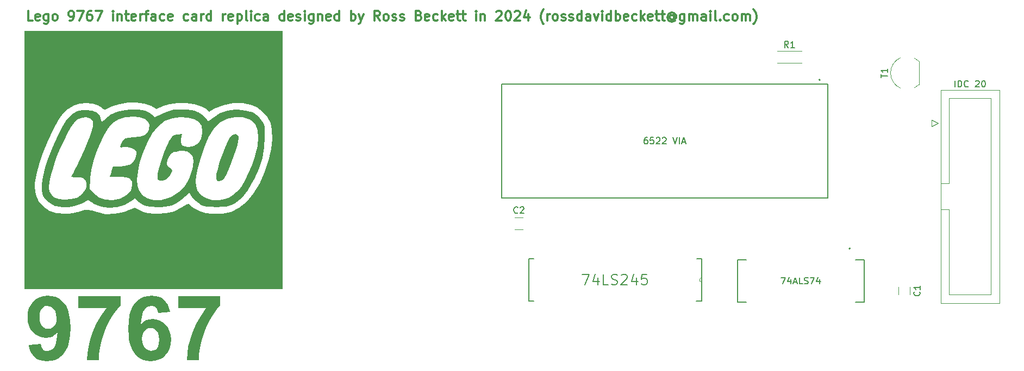
<source format=gbr>
G04 #@! TF.GenerationSoftware,KiCad,Pcbnew,8.99.0-unknown-5c22162d85~178~ubuntu22.04.1*
G04 #@! TF.CreationDate,2024-07-16T15:39:20+01:00*
G04 #@! TF.ProjectId,Lego9767,4c65676f-3937-4363-972e-6b696361645f,1.0.1*
G04 #@! TF.SameCoordinates,Original*
G04 #@! TF.FileFunction,Legend,Top*
G04 #@! TF.FilePolarity,Positive*
%FSLAX46Y46*%
G04 Gerber Fmt 4.6, Leading zero omitted, Abs format (unit mm)*
G04 Created by KiCad (PCBNEW 8.99.0-unknown-5c22162d85~178~ubuntu22.04.1) date 2024-07-16 15:39:20*
%MOMM*%
%LPD*%
G01*
G04 APERTURE LIST*
%ADD10C,0.300000*%
%ADD11C,0.150000*%
%ADD12C,0.120000*%
%ADD13C,0.127000*%
%ADD14C,0.200000*%
%ADD15C,0.152400*%
%ADD16C,0.100000*%
%ADD17C,0.000000*%
G04 APERTURE END LIST*
D10*
X89268796Y-68800828D02*
X88554510Y-68800828D01*
X88554510Y-68800828D02*
X88554510Y-67300828D01*
X90340225Y-68729400D02*
X90197368Y-68800828D01*
X90197368Y-68800828D02*
X89911654Y-68800828D01*
X89911654Y-68800828D02*
X89768796Y-68729400D01*
X89768796Y-68729400D02*
X89697368Y-68586542D01*
X89697368Y-68586542D02*
X89697368Y-68015114D01*
X89697368Y-68015114D02*
X89768796Y-67872257D01*
X89768796Y-67872257D02*
X89911654Y-67800828D01*
X89911654Y-67800828D02*
X90197368Y-67800828D01*
X90197368Y-67800828D02*
X90340225Y-67872257D01*
X90340225Y-67872257D02*
X90411654Y-68015114D01*
X90411654Y-68015114D02*
X90411654Y-68157971D01*
X90411654Y-68157971D02*
X89697368Y-68300828D01*
X91697368Y-67800828D02*
X91697368Y-69015114D01*
X91697368Y-69015114D02*
X91625939Y-69157971D01*
X91625939Y-69157971D02*
X91554510Y-69229400D01*
X91554510Y-69229400D02*
X91411653Y-69300828D01*
X91411653Y-69300828D02*
X91197368Y-69300828D01*
X91197368Y-69300828D02*
X91054510Y-69229400D01*
X91697368Y-68729400D02*
X91554510Y-68800828D01*
X91554510Y-68800828D02*
X91268796Y-68800828D01*
X91268796Y-68800828D02*
X91125939Y-68729400D01*
X91125939Y-68729400D02*
X91054510Y-68657971D01*
X91054510Y-68657971D02*
X90983082Y-68515114D01*
X90983082Y-68515114D02*
X90983082Y-68086542D01*
X90983082Y-68086542D02*
X91054510Y-67943685D01*
X91054510Y-67943685D02*
X91125939Y-67872257D01*
X91125939Y-67872257D02*
X91268796Y-67800828D01*
X91268796Y-67800828D02*
X91554510Y-67800828D01*
X91554510Y-67800828D02*
X91697368Y-67872257D01*
X92625939Y-68800828D02*
X92483082Y-68729400D01*
X92483082Y-68729400D02*
X92411653Y-68657971D01*
X92411653Y-68657971D02*
X92340225Y-68515114D01*
X92340225Y-68515114D02*
X92340225Y-68086542D01*
X92340225Y-68086542D02*
X92411653Y-67943685D01*
X92411653Y-67943685D02*
X92483082Y-67872257D01*
X92483082Y-67872257D02*
X92625939Y-67800828D01*
X92625939Y-67800828D02*
X92840225Y-67800828D01*
X92840225Y-67800828D02*
X92983082Y-67872257D01*
X92983082Y-67872257D02*
X93054511Y-67943685D01*
X93054511Y-67943685D02*
X93125939Y-68086542D01*
X93125939Y-68086542D02*
X93125939Y-68515114D01*
X93125939Y-68515114D02*
X93054511Y-68657971D01*
X93054511Y-68657971D02*
X92983082Y-68729400D01*
X92983082Y-68729400D02*
X92840225Y-68800828D01*
X92840225Y-68800828D02*
X92625939Y-68800828D01*
X94983082Y-68800828D02*
X95268796Y-68800828D01*
X95268796Y-68800828D02*
X95411653Y-68729400D01*
X95411653Y-68729400D02*
X95483082Y-68657971D01*
X95483082Y-68657971D02*
X95625939Y-68443685D01*
X95625939Y-68443685D02*
X95697368Y-68157971D01*
X95697368Y-68157971D02*
X95697368Y-67586542D01*
X95697368Y-67586542D02*
X95625939Y-67443685D01*
X95625939Y-67443685D02*
X95554511Y-67372257D01*
X95554511Y-67372257D02*
X95411653Y-67300828D01*
X95411653Y-67300828D02*
X95125939Y-67300828D01*
X95125939Y-67300828D02*
X94983082Y-67372257D01*
X94983082Y-67372257D02*
X94911653Y-67443685D01*
X94911653Y-67443685D02*
X94840225Y-67586542D01*
X94840225Y-67586542D02*
X94840225Y-67943685D01*
X94840225Y-67943685D02*
X94911653Y-68086542D01*
X94911653Y-68086542D02*
X94983082Y-68157971D01*
X94983082Y-68157971D02*
X95125939Y-68229400D01*
X95125939Y-68229400D02*
X95411653Y-68229400D01*
X95411653Y-68229400D02*
X95554511Y-68157971D01*
X95554511Y-68157971D02*
X95625939Y-68086542D01*
X95625939Y-68086542D02*
X95697368Y-67943685D01*
X96197367Y-67300828D02*
X97197367Y-67300828D01*
X97197367Y-67300828D02*
X96554510Y-68800828D01*
X98411653Y-67300828D02*
X98125938Y-67300828D01*
X98125938Y-67300828D02*
X97983081Y-67372257D01*
X97983081Y-67372257D02*
X97911653Y-67443685D01*
X97911653Y-67443685D02*
X97768795Y-67657971D01*
X97768795Y-67657971D02*
X97697367Y-67943685D01*
X97697367Y-67943685D02*
X97697367Y-68515114D01*
X97697367Y-68515114D02*
X97768795Y-68657971D01*
X97768795Y-68657971D02*
X97840224Y-68729400D01*
X97840224Y-68729400D02*
X97983081Y-68800828D01*
X97983081Y-68800828D02*
X98268795Y-68800828D01*
X98268795Y-68800828D02*
X98411653Y-68729400D01*
X98411653Y-68729400D02*
X98483081Y-68657971D01*
X98483081Y-68657971D02*
X98554510Y-68515114D01*
X98554510Y-68515114D02*
X98554510Y-68157971D01*
X98554510Y-68157971D02*
X98483081Y-68015114D01*
X98483081Y-68015114D02*
X98411653Y-67943685D01*
X98411653Y-67943685D02*
X98268795Y-67872257D01*
X98268795Y-67872257D02*
X97983081Y-67872257D01*
X97983081Y-67872257D02*
X97840224Y-67943685D01*
X97840224Y-67943685D02*
X97768795Y-68015114D01*
X97768795Y-68015114D02*
X97697367Y-68157971D01*
X99054509Y-67300828D02*
X100054509Y-67300828D01*
X100054509Y-67300828D02*
X99411652Y-68800828D01*
X101768794Y-68800828D02*
X101768794Y-67800828D01*
X101768794Y-67300828D02*
X101697366Y-67372257D01*
X101697366Y-67372257D02*
X101768794Y-67443685D01*
X101768794Y-67443685D02*
X101840223Y-67372257D01*
X101840223Y-67372257D02*
X101768794Y-67300828D01*
X101768794Y-67300828D02*
X101768794Y-67443685D01*
X102483080Y-67800828D02*
X102483080Y-68800828D01*
X102483080Y-67943685D02*
X102554509Y-67872257D01*
X102554509Y-67872257D02*
X102697366Y-67800828D01*
X102697366Y-67800828D02*
X102911652Y-67800828D01*
X102911652Y-67800828D02*
X103054509Y-67872257D01*
X103054509Y-67872257D02*
X103125938Y-68015114D01*
X103125938Y-68015114D02*
X103125938Y-68800828D01*
X103625938Y-67800828D02*
X104197366Y-67800828D01*
X103840223Y-67300828D02*
X103840223Y-68586542D01*
X103840223Y-68586542D02*
X103911652Y-68729400D01*
X103911652Y-68729400D02*
X104054509Y-68800828D01*
X104054509Y-68800828D02*
X104197366Y-68800828D01*
X105268795Y-68729400D02*
X105125938Y-68800828D01*
X105125938Y-68800828D02*
X104840224Y-68800828D01*
X104840224Y-68800828D02*
X104697366Y-68729400D01*
X104697366Y-68729400D02*
X104625938Y-68586542D01*
X104625938Y-68586542D02*
X104625938Y-68015114D01*
X104625938Y-68015114D02*
X104697366Y-67872257D01*
X104697366Y-67872257D02*
X104840224Y-67800828D01*
X104840224Y-67800828D02*
X105125938Y-67800828D01*
X105125938Y-67800828D02*
X105268795Y-67872257D01*
X105268795Y-67872257D02*
X105340224Y-68015114D01*
X105340224Y-68015114D02*
X105340224Y-68157971D01*
X105340224Y-68157971D02*
X104625938Y-68300828D01*
X105983080Y-68800828D02*
X105983080Y-67800828D01*
X105983080Y-68086542D02*
X106054509Y-67943685D01*
X106054509Y-67943685D02*
X106125938Y-67872257D01*
X106125938Y-67872257D02*
X106268795Y-67800828D01*
X106268795Y-67800828D02*
X106411652Y-67800828D01*
X106697366Y-67800828D02*
X107268794Y-67800828D01*
X106911651Y-68800828D02*
X106911651Y-67515114D01*
X106911651Y-67515114D02*
X106983080Y-67372257D01*
X106983080Y-67372257D02*
X107125937Y-67300828D01*
X107125937Y-67300828D02*
X107268794Y-67300828D01*
X108411652Y-68800828D02*
X108411652Y-68015114D01*
X108411652Y-68015114D02*
X108340223Y-67872257D01*
X108340223Y-67872257D02*
X108197366Y-67800828D01*
X108197366Y-67800828D02*
X107911652Y-67800828D01*
X107911652Y-67800828D02*
X107768794Y-67872257D01*
X108411652Y-68729400D02*
X108268794Y-68800828D01*
X108268794Y-68800828D02*
X107911652Y-68800828D01*
X107911652Y-68800828D02*
X107768794Y-68729400D01*
X107768794Y-68729400D02*
X107697366Y-68586542D01*
X107697366Y-68586542D02*
X107697366Y-68443685D01*
X107697366Y-68443685D02*
X107768794Y-68300828D01*
X107768794Y-68300828D02*
X107911652Y-68229400D01*
X107911652Y-68229400D02*
X108268794Y-68229400D01*
X108268794Y-68229400D02*
X108411652Y-68157971D01*
X109768795Y-68729400D02*
X109625937Y-68800828D01*
X109625937Y-68800828D02*
X109340223Y-68800828D01*
X109340223Y-68800828D02*
X109197366Y-68729400D01*
X109197366Y-68729400D02*
X109125937Y-68657971D01*
X109125937Y-68657971D02*
X109054509Y-68515114D01*
X109054509Y-68515114D02*
X109054509Y-68086542D01*
X109054509Y-68086542D02*
X109125937Y-67943685D01*
X109125937Y-67943685D02*
X109197366Y-67872257D01*
X109197366Y-67872257D02*
X109340223Y-67800828D01*
X109340223Y-67800828D02*
X109625937Y-67800828D01*
X109625937Y-67800828D02*
X109768795Y-67872257D01*
X110983080Y-68729400D02*
X110840223Y-68800828D01*
X110840223Y-68800828D02*
X110554509Y-68800828D01*
X110554509Y-68800828D02*
X110411651Y-68729400D01*
X110411651Y-68729400D02*
X110340223Y-68586542D01*
X110340223Y-68586542D02*
X110340223Y-68015114D01*
X110340223Y-68015114D02*
X110411651Y-67872257D01*
X110411651Y-67872257D02*
X110554509Y-67800828D01*
X110554509Y-67800828D02*
X110840223Y-67800828D01*
X110840223Y-67800828D02*
X110983080Y-67872257D01*
X110983080Y-67872257D02*
X111054509Y-68015114D01*
X111054509Y-68015114D02*
X111054509Y-68157971D01*
X111054509Y-68157971D02*
X110340223Y-68300828D01*
X113483080Y-68729400D02*
X113340222Y-68800828D01*
X113340222Y-68800828D02*
X113054508Y-68800828D01*
X113054508Y-68800828D02*
X112911651Y-68729400D01*
X112911651Y-68729400D02*
X112840222Y-68657971D01*
X112840222Y-68657971D02*
X112768794Y-68515114D01*
X112768794Y-68515114D02*
X112768794Y-68086542D01*
X112768794Y-68086542D02*
X112840222Y-67943685D01*
X112840222Y-67943685D02*
X112911651Y-67872257D01*
X112911651Y-67872257D02*
X113054508Y-67800828D01*
X113054508Y-67800828D02*
X113340222Y-67800828D01*
X113340222Y-67800828D02*
X113483080Y-67872257D01*
X114768794Y-68800828D02*
X114768794Y-68015114D01*
X114768794Y-68015114D02*
X114697365Y-67872257D01*
X114697365Y-67872257D02*
X114554508Y-67800828D01*
X114554508Y-67800828D02*
X114268794Y-67800828D01*
X114268794Y-67800828D02*
X114125936Y-67872257D01*
X114768794Y-68729400D02*
X114625936Y-68800828D01*
X114625936Y-68800828D02*
X114268794Y-68800828D01*
X114268794Y-68800828D02*
X114125936Y-68729400D01*
X114125936Y-68729400D02*
X114054508Y-68586542D01*
X114054508Y-68586542D02*
X114054508Y-68443685D01*
X114054508Y-68443685D02*
X114125936Y-68300828D01*
X114125936Y-68300828D02*
X114268794Y-68229400D01*
X114268794Y-68229400D02*
X114625936Y-68229400D01*
X114625936Y-68229400D02*
X114768794Y-68157971D01*
X115483079Y-68800828D02*
X115483079Y-67800828D01*
X115483079Y-68086542D02*
X115554508Y-67943685D01*
X115554508Y-67943685D02*
X115625937Y-67872257D01*
X115625937Y-67872257D02*
X115768794Y-67800828D01*
X115768794Y-67800828D02*
X115911651Y-67800828D01*
X117054508Y-68800828D02*
X117054508Y-67300828D01*
X117054508Y-68729400D02*
X116911650Y-68800828D01*
X116911650Y-68800828D02*
X116625936Y-68800828D01*
X116625936Y-68800828D02*
X116483079Y-68729400D01*
X116483079Y-68729400D02*
X116411650Y-68657971D01*
X116411650Y-68657971D02*
X116340222Y-68515114D01*
X116340222Y-68515114D02*
X116340222Y-68086542D01*
X116340222Y-68086542D02*
X116411650Y-67943685D01*
X116411650Y-67943685D02*
X116483079Y-67872257D01*
X116483079Y-67872257D02*
X116625936Y-67800828D01*
X116625936Y-67800828D02*
X116911650Y-67800828D01*
X116911650Y-67800828D02*
X117054508Y-67872257D01*
X118911650Y-68800828D02*
X118911650Y-67800828D01*
X118911650Y-68086542D02*
X118983079Y-67943685D01*
X118983079Y-67943685D02*
X119054508Y-67872257D01*
X119054508Y-67872257D02*
X119197365Y-67800828D01*
X119197365Y-67800828D02*
X119340222Y-67800828D01*
X120411650Y-68729400D02*
X120268793Y-68800828D01*
X120268793Y-68800828D02*
X119983079Y-68800828D01*
X119983079Y-68800828D02*
X119840221Y-68729400D01*
X119840221Y-68729400D02*
X119768793Y-68586542D01*
X119768793Y-68586542D02*
X119768793Y-68015114D01*
X119768793Y-68015114D02*
X119840221Y-67872257D01*
X119840221Y-67872257D02*
X119983079Y-67800828D01*
X119983079Y-67800828D02*
X120268793Y-67800828D01*
X120268793Y-67800828D02*
X120411650Y-67872257D01*
X120411650Y-67872257D02*
X120483079Y-68015114D01*
X120483079Y-68015114D02*
X120483079Y-68157971D01*
X120483079Y-68157971D02*
X119768793Y-68300828D01*
X121125935Y-67800828D02*
X121125935Y-69300828D01*
X121125935Y-67872257D02*
X121268793Y-67800828D01*
X121268793Y-67800828D02*
X121554507Y-67800828D01*
X121554507Y-67800828D02*
X121697364Y-67872257D01*
X121697364Y-67872257D02*
X121768793Y-67943685D01*
X121768793Y-67943685D02*
X121840221Y-68086542D01*
X121840221Y-68086542D02*
X121840221Y-68515114D01*
X121840221Y-68515114D02*
X121768793Y-68657971D01*
X121768793Y-68657971D02*
X121697364Y-68729400D01*
X121697364Y-68729400D02*
X121554507Y-68800828D01*
X121554507Y-68800828D02*
X121268793Y-68800828D01*
X121268793Y-68800828D02*
X121125935Y-68729400D01*
X122697364Y-68800828D02*
X122554507Y-68729400D01*
X122554507Y-68729400D02*
X122483078Y-68586542D01*
X122483078Y-68586542D02*
X122483078Y-67300828D01*
X123268792Y-68800828D02*
X123268792Y-67800828D01*
X123268792Y-67300828D02*
X123197364Y-67372257D01*
X123197364Y-67372257D02*
X123268792Y-67443685D01*
X123268792Y-67443685D02*
X123340221Y-67372257D01*
X123340221Y-67372257D02*
X123268792Y-67300828D01*
X123268792Y-67300828D02*
X123268792Y-67443685D01*
X124625936Y-68729400D02*
X124483078Y-68800828D01*
X124483078Y-68800828D02*
X124197364Y-68800828D01*
X124197364Y-68800828D02*
X124054507Y-68729400D01*
X124054507Y-68729400D02*
X123983078Y-68657971D01*
X123983078Y-68657971D02*
X123911650Y-68515114D01*
X123911650Y-68515114D02*
X123911650Y-68086542D01*
X123911650Y-68086542D02*
X123983078Y-67943685D01*
X123983078Y-67943685D02*
X124054507Y-67872257D01*
X124054507Y-67872257D02*
X124197364Y-67800828D01*
X124197364Y-67800828D02*
X124483078Y-67800828D01*
X124483078Y-67800828D02*
X124625936Y-67872257D01*
X125911650Y-68800828D02*
X125911650Y-68015114D01*
X125911650Y-68015114D02*
X125840221Y-67872257D01*
X125840221Y-67872257D02*
X125697364Y-67800828D01*
X125697364Y-67800828D02*
X125411650Y-67800828D01*
X125411650Y-67800828D02*
X125268792Y-67872257D01*
X125911650Y-68729400D02*
X125768792Y-68800828D01*
X125768792Y-68800828D02*
X125411650Y-68800828D01*
X125411650Y-68800828D02*
X125268792Y-68729400D01*
X125268792Y-68729400D02*
X125197364Y-68586542D01*
X125197364Y-68586542D02*
X125197364Y-68443685D01*
X125197364Y-68443685D02*
X125268792Y-68300828D01*
X125268792Y-68300828D02*
X125411650Y-68229400D01*
X125411650Y-68229400D02*
X125768792Y-68229400D01*
X125768792Y-68229400D02*
X125911650Y-68157971D01*
X128411650Y-68800828D02*
X128411650Y-67300828D01*
X128411650Y-68729400D02*
X128268792Y-68800828D01*
X128268792Y-68800828D02*
X127983078Y-68800828D01*
X127983078Y-68800828D02*
X127840221Y-68729400D01*
X127840221Y-68729400D02*
X127768792Y-68657971D01*
X127768792Y-68657971D02*
X127697364Y-68515114D01*
X127697364Y-68515114D02*
X127697364Y-68086542D01*
X127697364Y-68086542D02*
X127768792Y-67943685D01*
X127768792Y-67943685D02*
X127840221Y-67872257D01*
X127840221Y-67872257D02*
X127983078Y-67800828D01*
X127983078Y-67800828D02*
X128268792Y-67800828D01*
X128268792Y-67800828D02*
X128411650Y-67872257D01*
X129697364Y-68729400D02*
X129554507Y-68800828D01*
X129554507Y-68800828D02*
X129268793Y-68800828D01*
X129268793Y-68800828D02*
X129125935Y-68729400D01*
X129125935Y-68729400D02*
X129054507Y-68586542D01*
X129054507Y-68586542D02*
X129054507Y-68015114D01*
X129054507Y-68015114D02*
X129125935Y-67872257D01*
X129125935Y-67872257D02*
X129268793Y-67800828D01*
X129268793Y-67800828D02*
X129554507Y-67800828D01*
X129554507Y-67800828D02*
X129697364Y-67872257D01*
X129697364Y-67872257D02*
X129768793Y-68015114D01*
X129768793Y-68015114D02*
X129768793Y-68157971D01*
X129768793Y-68157971D02*
X129054507Y-68300828D01*
X130340221Y-68729400D02*
X130483078Y-68800828D01*
X130483078Y-68800828D02*
X130768792Y-68800828D01*
X130768792Y-68800828D02*
X130911649Y-68729400D01*
X130911649Y-68729400D02*
X130983078Y-68586542D01*
X130983078Y-68586542D02*
X130983078Y-68515114D01*
X130983078Y-68515114D02*
X130911649Y-68372257D01*
X130911649Y-68372257D02*
X130768792Y-68300828D01*
X130768792Y-68300828D02*
X130554507Y-68300828D01*
X130554507Y-68300828D02*
X130411649Y-68229400D01*
X130411649Y-68229400D02*
X130340221Y-68086542D01*
X130340221Y-68086542D02*
X130340221Y-68015114D01*
X130340221Y-68015114D02*
X130411649Y-67872257D01*
X130411649Y-67872257D02*
X130554507Y-67800828D01*
X130554507Y-67800828D02*
X130768792Y-67800828D01*
X130768792Y-67800828D02*
X130911649Y-67872257D01*
X131625935Y-68800828D02*
X131625935Y-67800828D01*
X131625935Y-67300828D02*
X131554507Y-67372257D01*
X131554507Y-67372257D02*
X131625935Y-67443685D01*
X131625935Y-67443685D02*
X131697364Y-67372257D01*
X131697364Y-67372257D02*
X131625935Y-67300828D01*
X131625935Y-67300828D02*
X131625935Y-67443685D01*
X132983079Y-67800828D02*
X132983079Y-69015114D01*
X132983079Y-69015114D02*
X132911650Y-69157971D01*
X132911650Y-69157971D02*
X132840221Y-69229400D01*
X132840221Y-69229400D02*
X132697364Y-69300828D01*
X132697364Y-69300828D02*
X132483079Y-69300828D01*
X132483079Y-69300828D02*
X132340221Y-69229400D01*
X132983079Y-68729400D02*
X132840221Y-68800828D01*
X132840221Y-68800828D02*
X132554507Y-68800828D01*
X132554507Y-68800828D02*
X132411650Y-68729400D01*
X132411650Y-68729400D02*
X132340221Y-68657971D01*
X132340221Y-68657971D02*
X132268793Y-68515114D01*
X132268793Y-68515114D02*
X132268793Y-68086542D01*
X132268793Y-68086542D02*
X132340221Y-67943685D01*
X132340221Y-67943685D02*
X132411650Y-67872257D01*
X132411650Y-67872257D02*
X132554507Y-67800828D01*
X132554507Y-67800828D02*
X132840221Y-67800828D01*
X132840221Y-67800828D02*
X132983079Y-67872257D01*
X133697364Y-67800828D02*
X133697364Y-68800828D01*
X133697364Y-67943685D02*
X133768793Y-67872257D01*
X133768793Y-67872257D02*
X133911650Y-67800828D01*
X133911650Y-67800828D02*
X134125936Y-67800828D01*
X134125936Y-67800828D02*
X134268793Y-67872257D01*
X134268793Y-67872257D02*
X134340222Y-68015114D01*
X134340222Y-68015114D02*
X134340222Y-68800828D01*
X135625936Y-68729400D02*
X135483079Y-68800828D01*
X135483079Y-68800828D02*
X135197365Y-68800828D01*
X135197365Y-68800828D02*
X135054507Y-68729400D01*
X135054507Y-68729400D02*
X134983079Y-68586542D01*
X134983079Y-68586542D02*
X134983079Y-68015114D01*
X134983079Y-68015114D02*
X135054507Y-67872257D01*
X135054507Y-67872257D02*
X135197365Y-67800828D01*
X135197365Y-67800828D02*
X135483079Y-67800828D01*
X135483079Y-67800828D02*
X135625936Y-67872257D01*
X135625936Y-67872257D02*
X135697365Y-68015114D01*
X135697365Y-68015114D02*
X135697365Y-68157971D01*
X135697365Y-68157971D02*
X134983079Y-68300828D01*
X136983079Y-68800828D02*
X136983079Y-67300828D01*
X136983079Y-68729400D02*
X136840221Y-68800828D01*
X136840221Y-68800828D02*
X136554507Y-68800828D01*
X136554507Y-68800828D02*
X136411650Y-68729400D01*
X136411650Y-68729400D02*
X136340221Y-68657971D01*
X136340221Y-68657971D02*
X136268793Y-68515114D01*
X136268793Y-68515114D02*
X136268793Y-68086542D01*
X136268793Y-68086542D02*
X136340221Y-67943685D01*
X136340221Y-67943685D02*
X136411650Y-67872257D01*
X136411650Y-67872257D02*
X136554507Y-67800828D01*
X136554507Y-67800828D02*
X136840221Y-67800828D01*
X136840221Y-67800828D02*
X136983079Y-67872257D01*
X138840221Y-68800828D02*
X138840221Y-67300828D01*
X138840221Y-67872257D02*
X138983079Y-67800828D01*
X138983079Y-67800828D02*
X139268793Y-67800828D01*
X139268793Y-67800828D02*
X139411650Y-67872257D01*
X139411650Y-67872257D02*
X139483079Y-67943685D01*
X139483079Y-67943685D02*
X139554507Y-68086542D01*
X139554507Y-68086542D02*
X139554507Y-68515114D01*
X139554507Y-68515114D02*
X139483079Y-68657971D01*
X139483079Y-68657971D02*
X139411650Y-68729400D01*
X139411650Y-68729400D02*
X139268793Y-68800828D01*
X139268793Y-68800828D02*
X138983079Y-68800828D01*
X138983079Y-68800828D02*
X138840221Y-68729400D01*
X140054507Y-67800828D02*
X140411650Y-68800828D01*
X140768793Y-67800828D02*
X140411650Y-68800828D01*
X140411650Y-68800828D02*
X140268793Y-69157971D01*
X140268793Y-69157971D02*
X140197364Y-69229400D01*
X140197364Y-69229400D02*
X140054507Y-69300828D01*
X143340221Y-68800828D02*
X142840221Y-68086542D01*
X142483078Y-68800828D02*
X142483078Y-67300828D01*
X142483078Y-67300828D02*
X143054507Y-67300828D01*
X143054507Y-67300828D02*
X143197364Y-67372257D01*
X143197364Y-67372257D02*
X143268793Y-67443685D01*
X143268793Y-67443685D02*
X143340221Y-67586542D01*
X143340221Y-67586542D02*
X143340221Y-67800828D01*
X143340221Y-67800828D02*
X143268793Y-67943685D01*
X143268793Y-67943685D02*
X143197364Y-68015114D01*
X143197364Y-68015114D02*
X143054507Y-68086542D01*
X143054507Y-68086542D02*
X142483078Y-68086542D01*
X144197364Y-68800828D02*
X144054507Y-68729400D01*
X144054507Y-68729400D02*
X143983078Y-68657971D01*
X143983078Y-68657971D02*
X143911650Y-68515114D01*
X143911650Y-68515114D02*
X143911650Y-68086542D01*
X143911650Y-68086542D02*
X143983078Y-67943685D01*
X143983078Y-67943685D02*
X144054507Y-67872257D01*
X144054507Y-67872257D02*
X144197364Y-67800828D01*
X144197364Y-67800828D02*
X144411650Y-67800828D01*
X144411650Y-67800828D02*
X144554507Y-67872257D01*
X144554507Y-67872257D02*
X144625936Y-67943685D01*
X144625936Y-67943685D02*
X144697364Y-68086542D01*
X144697364Y-68086542D02*
X144697364Y-68515114D01*
X144697364Y-68515114D02*
X144625936Y-68657971D01*
X144625936Y-68657971D02*
X144554507Y-68729400D01*
X144554507Y-68729400D02*
X144411650Y-68800828D01*
X144411650Y-68800828D02*
X144197364Y-68800828D01*
X145268793Y-68729400D02*
X145411650Y-68800828D01*
X145411650Y-68800828D02*
X145697364Y-68800828D01*
X145697364Y-68800828D02*
X145840221Y-68729400D01*
X145840221Y-68729400D02*
X145911650Y-68586542D01*
X145911650Y-68586542D02*
X145911650Y-68515114D01*
X145911650Y-68515114D02*
X145840221Y-68372257D01*
X145840221Y-68372257D02*
X145697364Y-68300828D01*
X145697364Y-68300828D02*
X145483079Y-68300828D01*
X145483079Y-68300828D02*
X145340221Y-68229400D01*
X145340221Y-68229400D02*
X145268793Y-68086542D01*
X145268793Y-68086542D02*
X145268793Y-68015114D01*
X145268793Y-68015114D02*
X145340221Y-67872257D01*
X145340221Y-67872257D02*
X145483079Y-67800828D01*
X145483079Y-67800828D02*
X145697364Y-67800828D01*
X145697364Y-67800828D02*
X145840221Y-67872257D01*
X146483079Y-68729400D02*
X146625936Y-68800828D01*
X146625936Y-68800828D02*
X146911650Y-68800828D01*
X146911650Y-68800828D02*
X147054507Y-68729400D01*
X147054507Y-68729400D02*
X147125936Y-68586542D01*
X147125936Y-68586542D02*
X147125936Y-68515114D01*
X147125936Y-68515114D02*
X147054507Y-68372257D01*
X147054507Y-68372257D02*
X146911650Y-68300828D01*
X146911650Y-68300828D02*
X146697365Y-68300828D01*
X146697365Y-68300828D02*
X146554507Y-68229400D01*
X146554507Y-68229400D02*
X146483079Y-68086542D01*
X146483079Y-68086542D02*
X146483079Y-68015114D01*
X146483079Y-68015114D02*
X146554507Y-67872257D01*
X146554507Y-67872257D02*
X146697365Y-67800828D01*
X146697365Y-67800828D02*
X146911650Y-67800828D01*
X146911650Y-67800828D02*
X147054507Y-67872257D01*
X149411650Y-68015114D02*
X149625936Y-68086542D01*
X149625936Y-68086542D02*
X149697365Y-68157971D01*
X149697365Y-68157971D02*
X149768793Y-68300828D01*
X149768793Y-68300828D02*
X149768793Y-68515114D01*
X149768793Y-68515114D02*
X149697365Y-68657971D01*
X149697365Y-68657971D02*
X149625936Y-68729400D01*
X149625936Y-68729400D02*
X149483079Y-68800828D01*
X149483079Y-68800828D02*
X148911650Y-68800828D01*
X148911650Y-68800828D02*
X148911650Y-67300828D01*
X148911650Y-67300828D02*
X149411650Y-67300828D01*
X149411650Y-67300828D02*
X149554508Y-67372257D01*
X149554508Y-67372257D02*
X149625936Y-67443685D01*
X149625936Y-67443685D02*
X149697365Y-67586542D01*
X149697365Y-67586542D02*
X149697365Y-67729400D01*
X149697365Y-67729400D02*
X149625936Y-67872257D01*
X149625936Y-67872257D02*
X149554508Y-67943685D01*
X149554508Y-67943685D02*
X149411650Y-68015114D01*
X149411650Y-68015114D02*
X148911650Y-68015114D01*
X150983079Y-68729400D02*
X150840222Y-68800828D01*
X150840222Y-68800828D02*
X150554508Y-68800828D01*
X150554508Y-68800828D02*
X150411650Y-68729400D01*
X150411650Y-68729400D02*
X150340222Y-68586542D01*
X150340222Y-68586542D02*
X150340222Y-68015114D01*
X150340222Y-68015114D02*
X150411650Y-67872257D01*
X150411650Y-67872257D02*
X150554508Y-67800828D01*
X150554508Y-67800828D02*
X150840222Y-67800828D01*
X150840222Y-67800828D02*
X150983079Y-67872257D01*
X150983079Y-67872257D02*
X151054508Y-68015114D01*
X151054508Y-68015114D02*
X151054508Y-68157971D01*
X151054508Y-68157971D02*
X150340222Y-68300828D01*
X152340222Y-68729400D02*
X152197364Y-68800828D01*
X152197364Y-68800828D02*
X151911650Y-68800828D01*
X151911650Y-68800828D02*
X151768793Y-68729400D01*
X151768793Y-68729400D02*
X151697364Y-68657971D01*
X151697364Y-68657971D02*
X151625936Y-68515114D01*
X151625936Y-68515114D02*
X151625936Y-68086542D01*
X151625936Y-68086542D02*
X151697364Y-67943685D01*
X151697364Y-67943685D02*
X151768793Y-67872257D01*
X151768793Y-67872257D02*
X151911650Y-67800828D01*
X151911650Y-67800828D02*
X152197364Y-67800828D01*
X152197364Y-67800828D02*
X152340222Y-67872257D01*
X152983078Y-68800828D02*
X152983078Y-67300828D01*
X153125936Y-68229400D02*
X153554507Y-68800828D01*
X153554507Y-67800828D02*
X152983078Y-68372257D01*
X154768793Y-68729400D02*
X154625936Y-68800828D01*
X154625936Y-68800828D02*
X154340222Y-68800828D01*
X154340222Y-68800828D02*
X154197364Y-68729400D01*
X154197364Y-68729400D02*
X154125936Y-68586542D01*
X154125936Y-68586542D02*
X154125936Y-68015114D01*
X154125936Y-68015114D02*
X154197364Y-67872257D01*
X154197364Y-67872257D02*
X154340222Y-67800828D01*
X154340222Y-67800828D02*
X154625936Y-67800828D01*
X154625936Y-67800828D02*
X154768793Y-67872257D01*
X154768793Y-67872257D02*
X154840222Y-68015114D01*
X154840222Y-68015114D02*
X154840222Y-68157971D01*
X154840222Y-68157971D02*
X154125936Y-68300828D01*
X155268793Y-67800828D02*
X155840221Y-67800828D01*
X155483078Y-67300828D02*
X155483078Y-68586542D01*
X155483078Y-68586542D02*
X155554507Y-68729400D01*
X155554507Y-68729400D02*
X155697364Y-68800828D01*
X155697364Y-68800828D02*
X155840221Y-68800828D01*
X156125936Y-67800828D02*
X156697364Y-67800828D01*
X156340221Y-67300828D02*
X156340221Y-68586542D01*
X156340221Y-68586542D02*
X156411650Y-68729400D01*
X156411650Y-68729400D02*
X156554507Y-68800828D01*
X156554507Y-68800828D02*
X156697364Y-68800828D01*
X158340221Y-68800828D02*
X158340221Y-67800828D01*
X158340221Y-67300828D02*
X158268793Y-67372257D01*
X158268793Y-67372257D02*
X158340221Y-67443685D01*
X158340221Y-67443685D02*
X158411650Y-67372257D01*
X158411650Y-67372257D02*
X158340221Y-67300828D01*
X158340221Y-67300828D02*
X158340221Y-67443685D01*
X159054507Y-67800828D02*
X159054507Y-68800828D01*
X159054507Y-67943685D02*
X159125936Y-67872257D01*
X159125936Y-67872257D02*
X159268793Y-67800828D01*
X159268793Y-67800828D02*
X159483079Y-67800828D01*
X159483079Y-67800828D02*
X159625936Y-67872257D01*
X159625936Y-67872257D02*
X159697365Y-68015114D01*
X159697365Y-68015114D02*
X159697365Y-68800828D01*
X161483079Y-67443685D02*
X161554507Y-67372257D01*
X161554507Y-67372257D02*
X161697365Y-67300828D01*
X161697365Y-67300828D02*
X162054507Y-67300828D01*
X162054507Y-67300828D02*
X162197365Y-67372257D01*
X162197365Y-67372257D02*
X162268793Y-67443685D01*
X162268793Y-67443685D02*
X162340222Y-67586542D01*
X162340222Y-67586542D02*
X162340222Y-67729400D01*
X162340222Y-67729400D02*
X162268793Y-67943685D01*
X162268793Y-67943685D02*
X161411650Y-68800828D01*
X161411650Y-68800828D02*
X162340222Y-68800828D01*
X163268793Y-67300828D02*
X163411650Y-67300828D01*
X163411650Y-67300828D02*
X163554507Y-67372257D01*
X163554507Y-67372257D02*
X163625936Y-67443685D01*
X163625936Y-67443685D02*
X163697364Y-67586542D01*
X163697364Y-67586542D02*
X163768793Y-67872257D01*
X163768793Y-67872257D02*
X163768793Y-68229400D01*
X163768793Y-68229400D02*
X163697364Y-68515114D01*
X163697364Y-68515114D02*
X163625936Y-68657971D01*
X163625936Y-68657971D02*
X163554507Y-68729400D01*
X163554507Y-68729400D02*
X163411650Y-68800828D01*
X163411650Y-68800828D02*
X163268793Y-68800828D01*
X163268793Y-68800828D02*
X163125936Y-68729400D01*
X163125936Y-68729400D02*
X163054507Y-68657971D01*
X163054507Y-68657971D02*
X162983078Y-68515114D01*
X162983078Y-68515114D02*
X162911650Y-68229400D01*
X162911650Y-68229400D02*
X162911650Y-67872257D01*
X162911650Y-67872257D02*
X162983078Y-67586542D01*
X162983078Y-67586542D02*
X163054507Y-67443685D01*
X163054507Y-67443685D02*
X163125936Y-67372257D01*
X163125936Y-67372257D02*
X163268793Y-67300828D01*
X164340221Y-67443685D02*
X164411649Y-67372257D01*
X164411649Y-67372257D02*
X164554507Y-67300828D01*
X164554507Y-67300828D02*
X164911649Y-67300828D01*
X164911649Y-67300828D02*
X165054507Y-67372257D01*
X165054507Y-67372257D02*
X165125935Y-67443685D01*
X165125935Y-67443685D02*
X165197364Y-67586542D01*
X165197364Y-67586542D02*
X165197364Y-67729400D01*
X165197364Y-67729400D02*
X165125935Y-67943685D01*
X165125935Y-67943685D02*
X164268792Y-68800828D01*
X164268792Y-68800828D02*
X165197364Y-68800828D01*
X166483078Y-67800828D02*
X166483078Y-68800828D01*
X166125935Y-67229400D02*
X165768792Y-68300828D01*
X165768792Y-68300828D02*
X166697363Y-68300828D01*
X168840220Y-69372257D02*
X168768791Y-69300828D01*
X168768791Y-69300828D02*
X168625934Y-69086542D01*
X168625934Y-69086542D02*
X168554506Y-68943685D01*
X168554506Y-68943685D02*
X168483077Y-68729400D01*
X168483077Y-68729400D02*
X168411648Y-68372257D01*
X168411648Y-68372257D02*
X168411648Y-68086542D01*
X168411648Y-68086542D02*
X168483077Y-67729400D01*
X168483077Y-67729400D02*
X168554506Y-67515114D01*
X168554506Y-67515114D02*
X168625934Y-67372257D01*
X168625934Y-67372257D02*
X168768791Y-67157971D01*
X168768791Y-67157971D02*
X168840220Y-67086542D01*
X169411648Y-68800828D02*
X169411648Y-67800828D01*
X169411648Y-68086542D02*
X169483077Y-67943685D01*
X169483077Y-67943685D02*
X169554506Y-67872257D01*
X169554506Y-67872257D02*
X169697363Y-67800828D01*
X169697363Y-67800828D02*
X169840220Y-67800828D01*
X170554505Y-68800828D02*
X170411648Y-68729400D01*
X170411648Y-68729400D02*
X170340219Y-68657971D01*
X170340219Y-68657971D02*
X170268791Y-68515114D01*
X170268791Y-68515114D02*
X170268791Y-68086542D01*
X170268791Y-68086542D02*
X170340219Y-67943685D01*
X170340219Y-67943685D02*
X170411648Y-67872257D01*
X170411648Y-67872257D02*
X170554505Y-67800828D01*
X170554505Y-67800828D02*
X170768791Y-67800828D01*
X170768791Y-67800828D02*
X170911648Y-67872257D01*
X170911648Y-67872257D02*
X170983077Y-67943685D01*
X170983077Y-67943685D02*
X171054505Y-68086542D01*
X171054505Y-68086542D02*
X171054505Y-68515114D01*
X171054505Y-68515114D02*
X170983077Y-68657971D01*
X170983077Y-68657971D02*
X170911648Y-68729400D01*
X170911648Y-68729400D02*
X170768791Y-68800828D01*
X170768791Y-68800828D02*
X170554505Y-68800828D01*
X171625934Y-68729400D02*
X171768791Y-68800828D01*
X171768791Y-68800828D02*
X172054505Y-68800828D01*
X172054505Y-68800828D02*
X172197362Y-68729400D01*
X172197362Y-68729400D02*
X172268791Y-68586542D01*
X172268791Y-68586542D02*
X172268791Y-68515114D01*
X172268791Y-68515114D02*
X172197362Y-68372257D01*
X172197362Y-68372257D02*
X172054505Y-68300828D01*
X172054505Y-68300828D02*
X171840220Y-68300828D01*
X171840220Y-68300828D02*
X171697362Y-68229400D01*
X171697362Y-68229400D02*
X171625934Y-68086542D01*
X171625934Y-68086542D02*
X171625934Y-68015114D01*
X171625934Y-68015114D02*
X171697362Y-67872257D01*
X171697362Y-67872257D02*
X171840220Y-67800828D01*
X171840220Y-67800828D02*
X172054505Y-67800828D01*
X172054505Y-67800828D02*
X172197362Y-67872257D01*
X172840220Y-68729400D02*
X172983077Y-68800828D01*
X172983077Y-68800828D02*
X173268791Y-68800828D01*
X173268791Y-68800828D02*
X173411648Y-68729400D01*
X173411648Y-68729400D02*
X173483077Y-68586542D01*
X173483077Y-68586542D02*
X173483077Y-68515114D01*
X173483077Y-68515114D02*
X173411648Y-68372257D01*
X173411648Y-68372257D02*
X173268791Y-68300828D01*
X173268791Y-68300828D02*
X173054506Y-68300828D01*
X173054506Y-68300828D02*
X172911648Y-68229400D01*
X172911648Y-68229400D02*
X172840220Y-68086542D01*
X172840220Y-68086542D02*
X172840220Y-68015114D01*
X172840220Y-68015114D02*
X172911648Y-67872257D01*
X172911648Y-67872257D02*
X173054506Y-67800828D01*
X173054506Y-67800828D02*
X173268791Y-67800828D01*
X173268791Y-67800828D02*
X173411648Y-67872257D01*
X174768792Y-68800828D02*
X174768792Y-67300828D01*
X174768792Y-68729400D02*
X174625934Y-68800828D01*
X174625934Y-68800828D02*
X174340220Y-68800828D01*
X174340220Y-68800828D02*
X174197363Y-68729400D01*
X174197363Y-68729400D02*
X174125934Y-68657971D01*
X174125934Y-68657971D02*
X174054506Y-68515114D01*
X174054506Y-68515114D02*
X174054506Y-68086542D01*
X174054506Y-68086542D02*
X174125934Y-67943685D01*
X174125934Y-67943685D02*
X174197363Y-67872257D01*
X174197363Y-67872257D02*
X174340220Y-67800828D01*
X174340220Y-67800828D02*
X174625934Y-67800828D01*
X174625934Y-67800828D02*
X174768792Y-67872257D01*
X176125935Y-68800828D02*
X176125935Y-68015114D01*
X176125935Y-68015114D02*
X176054506Y-67872257D01*
X176054506Y-67872257D02*
X175911649Y-67800828D01*
X175911649Y-67800828D02*
X175625935Y-67800828D01*
X175625935Y-67800828D02*
X175483077Y-67872257D01*
X176125935Y-68729400D02*
X175983077Y-68800828D01*
X175983077Y-68800828D02*
X175625935Y-68800828D01*
X175625935Y-68800828D02*
X175483077Y-68729400D01*
X175483077Y-68729400D02*
X175411649Y-68586542D01*
X175411649Y-68586542D02*
X175411649Y-68443685D01*
X175411649Y-68443685D02*
X175483077Y-68300828D01*
X175483077Y-68300828D02*
X175625935Y-68229400D01*
X175625935Y-68229400D02*
X175983077Y-68229400D01*
X175983077Y-68229400D02*
X176125935Y-68157971D01*
X176697363Y-67800828D02*
X177054506Y-68800828D01*
X177054506Y-68800828D02*
X177411649Y-67800828D01*
X177983077Y-68800828D02*
X177983077Y-67800828D01*
X177983077Y-67300828D02*
X177911649Y-67372257D01*
X177911649Y-67372257D02*
X177983077Y-67443685D01*
X177983077Y-67443685D02*
X178054506Y-67372257D01*
X178054506Y-67372257D02*
X177983077Y-67300828D01*
X177983077Y-67300828D02*
X177983077Y-67443685D01*
X179340221Y-68800828D02*
X179340221Y-67300828D01*
X179340221Y-68729400D02*
X179197363Y-68800828D01*
X179197363Y-68800828D02*
X178911649Y-68800828D01*
X178911649Y-68800828D02*
X178768792Y-68729400D01*
X178768792Y-68729400D02*
X178697363Y-68657971D01*
X178697363Y-68657971D02*
X178625935Y-68515114D01*
X178625935Y-68515114D02*
X178625935Y-68086542D01*
X178625935Y-68086542D02*
X178697363Y-67943685D01*
X178697363Y-67943685D02*
X178768792Y-67872257D01*
X178768792Y-67872257D02*
X178911649Y-67800828D01*
X178911649Y-67800828D02*
X179197363Y-67800828D01*
X179197363Y-67800828D02*
X179340221Y-67872257D01*
X180054506Y-68800828D02*
X180054506Y-67300828D01*
X180054506Y-67872257D02*
X180197364Y-67800828D01*
X180197364Y-67800828D02*
X180483078Y-67800828D01*
X180483078Y-67800828D02*
X180625935Y-67872257D01*
X180625935Y-67872257D02*
X180697364Y-67943685D01*
X180697364Y-67943685D02*
X180768792Y-68086542D01*
X180768792Y-68086542D02*
X180768792Y-68515114D01*
X180768792Y-68515114D02*
X180697364Y-68657971D01*
X180697364Y-68657971D02*
X180625935Y-68729400D01*
X180625935Y-68729400D02*
X180483078Y-68800828D01*
X180483078Y-68800828D02*
X180197364Y-68800828D01*
X180197364Y-68800828D02*
X180054506Y-68729400D01*
X181983078Y-68729400D02*
X181840221Y-68800828D01*
X181840221Y-68800828D02*
X181554507Y-68800828D01*
X181554507Y-68800828D02*
X181411649Y-68729400D01*
X181411649Y-68729400D02*
X181340221Y-68586542D01*
X181340221Y-68586542D02*
X181340221Y-68015114D01*
X181340221Y-68015114D02*
X181411649Y-67872257D01*
X181411649Y-67872257D02*
X181554507Y-67800828D01*
X181554507Y-67800828D02*
X181840221Y-67800828D01*
X181840221Y-67800828D02*
X181983078Y-67872257D01*
X181983078Y-67872257D02*
X182054507Y-68015114D01*
X182054507Y-68015114D02*
X182054507Y-68157971D01*
X182054507Y-68157971D02*
X181340221Y-68300828D01*
X183340221Y-68729400D02*
X183197363Y-68800828D01*
X183197363Y-68800828D02*
X182911649Y-68800828D01*
X182911649Y-68800828D02*
X182768792Y-68729400D01*
X182768792Y-68729400D02*
X182697363Y-68657971D01*
X182697363Y-68657971D02*
X182625935Y-68515114D01*
X182625935Y-68515114D02*
X182625935Y-68086542D01*
X182625935Y-68086542D02*
X182697363Y-67943685D01*
X182697363Y-67943685D02*
X182768792Y-67872257D01*
X182768792Y-67872257D02*
X182911649Y-67800828D01*
X182911649Y-67800828D02*
X183197363Y-67800828D01*
X183197363Y-67800828D02*
X183340221Y-67872257D01*
X183983077Y-68800828D02*
X183983077Y-67300828D01*
X184125935Y-68229400D02*
X184554506Y-68800828D01*
X184554506Y-67800828D02*
X183983077Y-68372257D01*
X185768792Y-68729400D02*
X185625935Y-68800828D01*
X185625935Y-68800828D02*
X185340221Y-68800828D01*
X185340221Y-68800828D02*
X185197363Y-68729400D01*
X185197363Y-68729400D02*
X185125935Y-68586542D01*
X185125935Y-68586542D02*
X185125935Y-68015114D01*
X185125935Y-68015114D02*
X185197363Y-67872257D01*
X185197363Y-67872257D02*
X185340221Y-67800828D01*
X185340221Y-67800828D02*
X185625935Y-67800828D01*
X185625935Y-67800828D02*
X185768792Y-67872257D01*
X185768792Y-67872257D02*
X185840221Y-68015114D01*
X185840221Y-68015114D02*
X185840221Y-68157971D01*
X185840221Y-68157971D02*
X185125935Y-68300828D01*
X186268792Y-67800828D02*
X186840220Y-67800828D01*
X186483077Y-67300828D02*
X186483077Y-68586542D01*
X186483077Y-68586542D02*
X186554506Y-68729400D01*
X186554506Y-68729400D02*
X186697363Y-68800828D01*
X186697363Y-68800828D02*
X186840220Y-68800828D01*
X187125935Y-67800828D02*
X187697363Y-67800828D01*
X187340220Y-67300828D02*
X187340220Y-68586542D01*
X187340220Y-68586542D02*
X187411649Y-68729400D01*
X187411649Y-68729400D02*
X187554506Y-68800828D01*
X187554506Y-68800828D02*
X187697363Y-68800828D01*
X189125935Y-68086542D02*
X189054506Y-68015114D01*
X189054506Y-68015114D02*
X188911649Y-67943685D01*
X188911649Y-67943685D02*
X188768792Y-67943685D01*
X188768792Y-67943685D02*
X188625935Y-68015114D01*
X188625935Y-68015114D02*
X188554506Y-68086542D01*
X188554506Y-68086542D02*
X188483078Y-68229400D01*
X188483078Y-68229400D02*
X188483078Y-68372257D01*
X188483078Y-68372257D02*
X188554506Y-68515114D01*
X188554506Y-68515114D02*
X188625935Y-68586542D01*
X188625935Y-68586542D02*
X188768792Y-68657971D01*
X188768792Y-68657971D02*
X188911649Y-68657971D01*
X188911649Y-68657971D02*
X189054506Y-68586542D01*
X189054506Y-68586542D02*
X189125935Y-68515114D01*
X189125935Y-67943685D02*
X189125935Y-68515114D01*
X189125935Y-68515114D02*
X189197363Y-68586542D01*
X189197363Y-68586542D02*
X189268792Y-68586542D01*
X189268792Y-68586542D02*
X189411649Y-68515114D01*
X189411649Y-68515114D02*
X189483078Y-68372257D01*
X189483078Y-68372257D02*
X189483078Y-68015114D01*
X189483078Y-68015114D02*
X189340221Y-67800828D01*
X189340221Y-67800828D02*
X189125935Y-67657971D01*
X189125935Y-67657971D02*
X188840221Y-67586542D01*
X188840221Y-67586542D02*
X188554506Y-67657971D01*
X188554506Y-67657971D02*
X188340221Y-67800828D01*
X188340221Y-67800828D02*
X188197363Y-68015114D01*
X188197363Y-68015114D02*
X188125935Y-68300828D01*
X188125935Y-68300828D02*
X188197363Y-68586542D01*
X188197363Y-68586542D02*
X188340221Y-68800828D01*
X188340221Y-68800828D02*
X188554506Y-68943685D01*
X188554506Y-68943685D02*
X188840221Y-69015114D01*
X188840221Y-69015114D02*
X189125935Y-68943685D01*
X189125935Y-68943685D02*
X189340221Y-68800828D01*
X190768792Y-67800828D02*
X190768792Y-69015114D01*
X190768792Y-69015114D02*
X190697363Y-69157971D01*
X190697363Y-69157971D02*
X190625934Y-69229400D01*
X190625934Y-69229400D02*
X190483077Y-69300828D01*
X190483077Y-69300828D02*
X190268792Y-69300828D01*
X190268792Y-69300828D02*
X190125934Y-69229400D01*
X190768792Y-68729400D02*
X190625934Y-68800828D01*
X190625934Y-68800828D02*
X190340220Y-68800828D01*
X190340220Y-68800828D02*
X190197363Y-68729400D01*
X190197363Y-68729400D02*
X190125934Y-68657971D01*
X190125934Y-68657971D02*
X190054506Y-68515114D01*
X190054506Y-68515114D02*
X190054506Y-68086542D01*
X190054506Y-68086542D02*
X190125934Y-67943685D01*
X190125934Y-67943685D02*
X190197363Y-67872257D01*
X190197363Y-67872257D02*
X190340220Y-67800828D01*
X190340220Y-67800828D02*
X190625934Y-67800828D01*
X190625934Y-67800828D02*
X190768792Y-67872257D01*
X191483077Y-68800828D02*
X191483077Y-67800828D01*
X191483077Y-67943685D02*
X191554506Y-67872257D01*
X191554506Y-67872257D02*
X191697363Y-67800828D01*
X191697363Y-67800828D02*
X191911649Y-67800828D01*
X191911649Y-67800828D02*
X192054506Y-67872257D01*
X192054506Y-67872257D02*
X192125935Y-68015114D01*
X192125935Y-68015114D02*
X192125935Y-68800828D01*
X192125935Y-68015114D02*
X192197363Y-67872257D01*
X192197363Y-67872257D02*
X192340220Y-67800828D01*
X192340220Y-67800828D02*
X192554506Y-67800828D01*
X192554506Y-67800828D02*
X192697363Y-67872257D01*
X192697363Y-67872257D02*
X192768792Y-68015114D01*
X192768792Y-68015114D02*
X192768792Y-68800828D01*
X194125935Y-68800828D02*
X194125935Y-68015114D01*
X194125935Y-68015114D02*
X194054506Y-67872257D01*
X194054506Y-67872257D02*
X193911649Y-67800828D01*
X193911649Y-67800828D02*
X193625935Y-67800828D01*
X193625935Y-67800828D02*
X193483077Y-67872257D01*
X194125935Y-68729400D02*
X193983077Y-68800828D01*
X193983077Y-68800828D02*
X193625935Y-68800828D01*
X193625935Y-68800828D02*
X193483077Y-68729400D01*
X193483077Y-68729400D02*
X193411649Y-68586542D01*
X193411649Y-68586542D02*
X193411649Y-68443685D01*
X193411649Y-68443685D02*
X193483077Y-68300828D01*
X193483077Y-68300828D02*
X193625935Y-68229400D01*
X193625935Y-68229400D02*
X193983077Y-68229400D01*
X193983077Y-68229400D02*
X194125935Y-68157971D01*
X194840220Y-68800828D02*
X194840220Y-67800828D01*
X194840220Y-67300828D02*
X194768792Y-67372257D01*
X194768792Y-67372257D02*
X194840220Y-67443685D01*
X194840220Y-67443685D02*
X194911649Y-67372257D01*
X194911649Y-67372257D02*
X194840220Y-67300828D01*
X194840220Y-67300828D02*
X194840220Y-67443685D01*
X195768792Y-68800828D02*
X195625935Y-68729400D01*
X195625935Y-68729400D02*
X195554506Y-68586542D01*
X195554506Y-68586542D02*
X195554506Y-67300828D01*
X196340220Y-68657971D02*
X196411649Y-68729400D01*
X196411649Y-68729400D02*
X196340220Y-68800828D01*
X196340220Y-68800828D02*
X196268792Y-68729400D01*
X196268792Y-68729400D02*
X196340220Y-68657971D01*
X196340220Y-68657971D02*
X196340220Y-68800828D01*
X197697364Y-68729400D02*
X197554506Y-68800828D01*
X197554506Y-68800828D02*
X197268792Y-68800828D01*
X197268792Y-68800828D02*
X197125935Y-68729400D01*
X197125935Y-68729400D02*
X197054506Y-68657971D01*
X197054506Y-68657971D02*
X196983078Y-68515114D01*
X196983078Y-68515114D02*
X196983078Y-68086542D01*
X196983078Y-68086542D02*
X197054506Y-67943685D01*
X197054506Y-67943685D02*
X197125935Y-67872257D01*
X197125935Y-67872257D02*
X197268792Y-67800828D01*
X197268792Y-67800828D02*
X197554506Y-67800828D01*
X197554506Y-67800828D02*
X197697364Y-67872257D01*
X198554506Y-68800828D02*
X198411649Y-68729400D01*
X198411649Y-68729400D02*
X198340220Y-68657971D01*
X198340220Y-68657971D02*
X198268792Y-68515114D01*
X198268792Y-68515114D02*
X198268792Y-68086542D01*
X198268792Y-68086542D02*
X198340220Y-67943685D01*
X198340220Y-67943685D02*
X198411649Y-67872257D01*
X198411649Y-67872257D02*
X198554506Y-67800828D01*
X198554506Y-67800828D02*
X198768792Y-67800828D01*
X198768792Y-67800828D02*
X198911649Y-67872257D01*
X198911649Y-67872257D02*
X198983078Y-67943685D01*
X198983078Y-67943685D02*
X199054506Y-68086542D01*
X199054506Y-68086542D02*
X199054506Y-68515114D01*
X199054506Y-68515114D02*
X198983078Y-68657971D01*
X198983078Y-68657971D02*
X198911649Y-68729400D01*
X198911649Y-68729400D02*
X198768792Y-68800828D01*
X198768792Y-68800828D02*
X198554506Y-68800828D01*
X199697363Y-68800828D02*
X199697363Y-67800828D01*
X199697363Y-67943685D02*
X199768792Y-67872257D01*
X199768792Y-67872257D02*
X199911649Y-67800828D01*
X199911649Y-67800828D02*
X200125935Y-67800828D01*
X200125935Y-67800828D02*
X200268792Y-67872257D01*
X200268792Y-67872257D02*
X200340221Y-68015114D01*
X200340221Y-68015114D02*
X200340221Y-68800828D01*
X200340221Y-68015114D02*
X200411649Y-67872257D01*
X200411649Y-67872257D02*
X200554506Y-67800828D01*
X200554506Y-67800828D02*
X200768792Y-67800828D01*
X200768792Y-67800828D02*
X200911649Y-67872257D01*
X200911649Y-67872257D02*
X200983078Y-68015114D01*
X200983078Y-68015114D02*
X200983078Y-68800828D01*
X201554506Y-69372257D02*
X201625935Y-69300828D01*
X201625935Y-69300828D02*
X201768792Y-69086542D01*
X201768792Y-69086542D02*
X201840221Y-68943685D01*
X201840221Y-68943685D02*
X201911649Y-68729400D01*
X201911649Y-68729400D02*
X201983078Y-68372257D01*
X201983078Y-68372257D02*
X201983078Y-68086542D01*
X201983078Y-68086542D02*
X201911649Y-67729400D01*
X201911649Y-67729400D02*
X201840221Y-67515114D01*
X201840221Y-67515114D02*
X201768792Y-67372257D01*
X201768792Y-67372257D02*
X201625935Y-67157971D01*
X201625935Y-67157971D02*
X201554506Y-67086542D01*
G36*
X92250276Y-111805286D02*
G01*
X92789096Y-111946575D01*
X93281357Y-112178519D01*
X93734990Y-112505043D01*
X94154919Y-112935816D01*
X94471658Y-113403546D01*
X94737379Y-113997504D01*
X94944875Y-114743269D01*
X95081902Y-115670928D01*
X95131891Y-116814392D01*
X95080155Y-117975531D01*
X94938077Y-118920907D01*
X94722396Y-119684172D01*
X94445357Y-120295135D01*
X94114009Y-120779064D01*
X93677939Y-121220622D01*
X93202006Y-121557120D01*
X92680592Y-121797467D01*
X92104869Y-121944622D01*
X91463363Y-121995394D01*
X90879425Y-121952043D01*
X90376824Y-121828832D01*
X89942011Y-121632008D01*
X89564375Y-121362194D01*
X89248753Y-121024643D01*
X88987155Y-120606407D01*
X88780624Y-120093685D01*
X88635031Y-119468702D01*
X90493108Y-119259874D01*
X90569690Y-119633470D01*
X90690212Y-119911726D01*
X90848482Y-120115334D01*
X91054973Y-120266831D01*
X91303793Y-120360150D01*
X91606856Y-120393161D01*
X91975782Y-120333243D01*
X92308128Y-120152502D01*
X92617411Y-119830792D01*
X92827700Y-119422017D01*
X93015067Y-118698862D01*
X93150471Y-117520865D01*
X92759314Y-117893411D01*
X92333286Y-118152161D01*
X91864322Y-118307744D01*
X91340020Y-118361060D01*
X90769365Y-118304623D01*
X90246455Y-118138484D01*
X89759711Y-117860309D01*
X89301203Y-117458583D01*
X88932523Y-116983606D01*
X88666631Y-116442829D01*
X88501645Y-115823711D01*
X88444454Y-115116294D01*
X90329466Y-115116294D01*
X90379965Y-115739449D01*
X90513286Y-116189793D01*
X90711706Y-116509699D01*
X90991385Y-116758779D01*
X91306043Y-116904518D01*
X91668527Y-116954221D01*
X92018362Y-116906625D01*
X92325201Y-116766589D01*
X92600924Y-116526796D01*
X92801337Y-116219200D01*
X92931859Y-115810351D01*
X92980111Y-115270167D01*
X92926676Y-114678575D01*
X92780316Y-114218155D01*
X92552686Y-113860275D01*
X92242173Y-113573924D01*
X91917117Y-113412322D01*
X91565945Y-113358967D01*
X91229313Y-113405036D01*
X90938428Y-113539864D01*
X90681175Y-113769905D01*
X90500613Y-114066431D01*
X90376984Y-114499474D01*
X90329466Y-115116294D01*
X88444454Y-115116294D01*
X88443911Y-115109577D01*
X88504997Y-114365670D01*
X88679263Y-113724030D01*
X88959811Y-113166446D01*
X89348831Y-112679361D01*
X89829709Y-112277596D01*
X90366115Y-111992180D01*
X90969190Y-111817356D01*
X91654483Y-111756734D01*
X92250276Y-111805286D01*
G37*
G36*
X96370812Y-113671598D02*
G01*
X96370812Y-111873970D01*
X102936060Y-111873970D01*
X102936060Y-113280809D01*
X102430411Y-113844403D01*
X101880577Y-114600244D01*
X101282536Y-115585851D01*
X100767642Y-116606296D01*
X100340901Y-117669259D01*
X100001482Y-118778715D01*
X99748353Y-119916518D01*
X99608783Y-120918379D01*
X99567951Y-121800000D01*
X97716591Y-121800000D01*
X97785981Y-120770493D01*
X97949299Y-119721248D01*
X98210253Y-118648146D01*
X98573883Y-117547121D01*
X99180987Y-116138864D01*
X99901613Y-114850284D01*
X100736043Y-113671598D01*
X96370812Y-113671598D01*
G37*
G36*
X108373365Y-111800119D02*
G01*
X108868916Y-111924642D01*
X109307467Y-112125811D01*
X109697923Y-112404588D01*
X110026519Y-112750047D01*
X110295710Y-113170001D01*
X110505501Y-113676328D01*
X110651081Y-114284647D01*
X108793004Y-114492254D01*
X108716224Y-114116183D01*
X108595626Y-113837785D01*
X108437630Y-113635572D01*
X108231521Y-113484138D01*
X107987031Y-113391517D01*
X107693300Y-113358967D01*
X107315015Y-113419321D01*
X106976885Y-113600545D01*
X106665038Y-113921336D01*
X106453866Y-114330521D01*
X106267371Y-115055625D01*
X106135642Y-116238590D01*
X106524198Y-115861449D01*
X106944957Y-115600654D01*
X107405704Y-115444452D01*
X107918614Y-115391067D01*
X108500030Y-115448074D01*
X109029724Y-115615441D01*
X109519706Y-115894832D01*
X109978192Y-116297208D01*
X110347556Y-116773785D01*
X110613400Y-117313689D01*
X110777998Y-117929004D01*
X110835484Y-118635833D01*
X110774322Y-119387250D01*
X110600187Y-120032743D01*
X110320516Y-120591118D01*
X109933618Y-121076430D01*
X109454855Y-121475668D01*
X108917725Y-121760037D01*
X108310661Y-121934691D01*
X107617585Y-121995394D01*
X107025059Y-121946917D01*
X106488512Y-121805760D01*
X105997630Y-121573848D01*
X105544570Y-121247102D01*
X105124476Y-120815701D01*
X104807413Y-120347555D01*
X104541634Y-119754126D01*
X104334256Y-119010170D01*
X104255496Y-118478297D01*
X106299284Y-118478297D01*
X106353283Y-119075477D01*
X106500822Y-119537537D01*
X106729762Y-119894295D01*
X107042241Y-120179716D01*
X107366359Y-120340320D01*
X107713450Y-120393161D01*
X108049992Y-120347412D01*
X108341975Y-120213380D01*
X108601273Y-119984665D01*
X108783918Y-119689379D01*
X108908720Y-119258669D01*
X108956646Y-118645603D01*
X108905937Y-118016563D01*
X108772286Y-117563507D01*
X108573796Y-117243039D01*
X108294445Y-116993608D01*
X107980002Y-116847678D01*
X107617585Y-116797906D01*
X107267486Y-116845257D01*
X106959361Y-116984696D01*
X106681524Y-117223499D01*
X106479549Y-117529496D01*
X106347970Y-117937556D01*
X106299284Y-118478297D01*
X104255496Y-118478297D01*
X104197403Y-118085992D01*
X104147505Y-116948115D01*
X104199297Y-115782935D01*
X104341484Y-114834873D01*
X104557242Y-114070015D01*
X104834247Y-113458312D01*
X105165387Y-112974284D01*
X105601637Y-112531895D01*
X106077070Y-112195010D01*
X106597228Y-111954569D01*
X107170852Y-111807460D01*
X107809316Y-111756734D01*
X108373365Y-111800119D01*
G37*
G36*
X111924197Y-113671598D02*
G01*
X111924197Y-111873970D01*
X118489445Y-111873970D01*
X118489445Y-113280809D01*
X117983795Y-113844403D01*
X117433961Y-114600244D01*
X116835921Y-115585851D01*
X116321026Y-116606296D01*
X115894286Y-117669259D01*
X115554867Y-118778715D01*
X115301738Y-119916518D01*
X115162168Y-120918379D01*
X115121336Y-121800000D01*
X113269975Y-121800000D01*
X113339366Y-120770493D01*
X113502683Y-119721248D01*
X113763637Y-118648146D01*
X114127267Y-117547121D01*
X114734371Y-116138864D01*
X115454998Y-114850284D01*
X116289427Y-113671598D01*
X111924197Y-113671598D01*
G37*
D11*
X206965239Y-73034819D02*
X206631906Y-72558628D01*
X206393811Y-73034819D02*
X206393811Y-72034819D01*
X206393811Y-72034819D02*
X206774763Y-72034819D01*
X206774763Y-72034819D02*
X206870001Y-72082438D01*
X206870001Y-72082438D02*
X206917620Y-72130057D01*
X206917620Y-72130057D02*
X206965239Y-72225295D01*
X206965239Y-72225295D02*
X206965239Y-72368152D01*
X206965239Y-72368152D02*
X206917620Y-72463390D01*
X206917620Y-72463390D02*
X206870001Y-72511009D01*
X206870001Y-72511009D02*
X206774763Y-72558628D01*
X206774763Y-72558628D02*
X206393811Y-72558628D01*
X207917620Y-73034819D02*
X207346192Y-73034819D01*
X207631906Y-73034819D02*
X207631906Y-72034819D01*
X207631906Y-72034819D02*
X207536668Y-72177676D01*
X207536668Y-72177676D02*
X207441430Y-72272914D01*
X207441430Y-72272914D02*
X207346192Y-72320533D01*
X184975714Y-87074819D02*
X184785238Y-87074819D01*
X184785238Y-87074819D02*
X184690000Y-87122438D01*
X184690000Y-87122438D02*
X184642381Y-87170057D01*
X184642381Y-87170057D02*
X184547143Y-87312914D01*
X184547143Y-87312914D02*
X184499524Y-87503390D01*
X184499524Y-87503390D02*
X184499524Y-87884342D01*
X184499524Y-87884342D02*
X184547143Y-87979580D01*
X184547143Y-87979580D02*
X184594762Y-88027200D01*
X184594762Y-88027200D02*
X184690000Y-88074819D01*
X184690000Y-88074819D02*
X184880476Y-88074819D01*
X184880476Y-88074819D02*
X184975714Y-88027200D01*
X184975714Y-88027200D02*
X185023333Y-87979580D01*
X185023333Y-87979580D02*
X185070952Y-87884342D01*
X185070952Y-87884342D02*
X185070952Y-87646247D01*
X185070952Y-87646247D02*
X185023333Y-87551009D01*
X185023333Y-87551009D02*
X184975714Y-87503390D01*
X184975714Y-87503390D02*
X184880476Y-87455771D01*
X184880476Y-87455771D02*
X184690000Y-87455771D01*
X184690000Y-87455771D02*
X184594762Y-87503390D01*
X184594762Y-87503390D02*
X184547143Y-87551009D01*
X184547143Y-87551009D02*
X184499524Y-87646247D01*
X185975714Y-87074819D02*
X185499524Y-87074819D01*
X185499524Y-87074819D02*
X185451905Y-87551009D01*
X185451905Y-87551009D02*
X185499524Y-87503390D01*
X185499524Y-87503390D02*
X185594762Y-87455771D01*
X185594762Y-87455771D02*
X185832857Y-87455771D01*
X185832857Y-87455771D02*
X185928095Y-87503390D01*
X185928095Y-87503390D02*
X185975714Y-87551009D01*
X185975714Y-87551009D02*
X186023333Y-87646247D01*
X186023333Y-87646247D02*
X186023333Y-87884342D01*
X186023333Y-87884342D02*
X185975714Y-87979580D01*
X185975714Y-87979580D02*
X185928095Y-88027200D01*
X185928095Y-88027200D02*
X185832857Y-88074819D01*
X185832857Y-88074819D02*
X185594762Y-88074819D01*
X185594762Y-88074819D02*
X185499524Y-88027200D01*
X185499524Y-88027200D02*
X185451905Y-87979580D01*
X186404286Y-87170057D02*
X186451905Y-87122438D01*
X186451905Y-87122438D02*
X186547143Y-87074819D01*
X186547143Y-87074819D02*
X186785238Y-87074819D01*
X186785238Y-87074819D02*
X186880476Y-87122438D01*
X186880476Y-87122438D02*
X186928095Y-87170057D01*
X186928095Y-87170057D02*
X186975714Y-87265295D01*
X186975714Y-87265295D02*
X186975714Y-87360533D01*
X186975714Y-87360533D02*
X186928095Y-87503390D01*
X186928095Y-87503390D02*
X186356667Y-88074819D01*
X186356667Y-88074819D02*
X186975714Y-88074819D01*
X187356667Y-87170057D02*
X187404286Y-87122438D01*
X187404286Y-87122438D02*
X187499524Y-87074819D01*
X187499524Y-87074819D02*
X187737619Y-87074819D01*
X187737619Y-87074819D02*
X187832857Y-87122438D01*
X187832857Y-87122438D02*
X187880476Y-87170057D01*
X187880476Y-87170057D02*
X187928095Y-87265295D01*
X187928095Y-87265295D02*
X187928095Y-87360533D01*
X187928095Y-87360533D02*
X187880476Y-87503390D01*
X187880476Y-87503390D02*
X187309048Y-88074819D01*
X187309048Y-88074819D02*
X187928095Y-88074819D01*
X188975715Y-87074819D02*
X189309048Y-88074819D01*
X189309048Y-88074819D02*
X189642381Y-87074819D01*
X189975715Y-88074819D02*
X189975715Y-87074819D01*
X190404286Y-87789104D02*
X190880476Y-87789104D01*
X190309048Y-88074819D02*
X190642381Y-87074819D01*
X190642381Y-87074819D02*
X190975714Y-88074819D01*
X221386725Y-77761904D02*
X221386725Y-77190476D01*
X222386725Y-77476190D02*
X221386725Y-77476190D01*
X222386725Y-76333333D02*
X222386725Y-76904761D01*
X222386725Y-76619047D02*
X221386725Y-76619047D01*
X221386725Y-76619047D02*
X221529582Y-76714285D01*
X221529582Y-76714285D02*
X221624820Y-76809523D01*
X221624820Y-76809523D02*
X221672439Y-76904761D01*
X205848571Y-108924819D02*
X206515237Y-108924819D01*
X206515237Y-108924819D02*
X206086666Y-109924819D01*
X207324761Y-109258152D02*
X207324761Y-109924819D01*
X207086666Y-108877200D02*
X206848571Y-109591485D01*
X206848571Y-109591485D02*
X207467618Y-109591485D01*
X207800952Y-109639104D02*
X208277142Y-109639104D01*
X207705714Y-109924819D02*
X208039047Y-108924819D01*
X208039047Y-108924819D02*
X208372380Y-109924819D01*
X209181904Y-109924819D02*
X208705714Y-109924819D01*
X208705714Y-109924819D02*
X208705714Y-108924819D01*
X209467619Y-109877200D02*
X209610476Y-109924819D01*
X209610476Y-109924819D02*
X209848571Y-109924819D01*
X209848571Y-109924819D02*
X209943809Y-109877200D01*
X209943809Y-109877200D02*
X209991428Y-109829580D01*
X209991428Y-109829580D02*
X210039047Y-109734342D01*
X210039047Y-109734342D02*
X210039047Y-109639104D01*
X210039047Y-109639104D02*
X209991428Y-109543866D01*
X209991428Y-109543866D02*
X209943809Y-109496247D01*
X209943809Y-109496247D02*
X209848571Y-109448628D01*
X209848571Y-109448628D02*
X209658095Y-109401009D01*
X209658095Y-109401009D02*
X209562857Y-109353390D01*
X209562857Y-109353390D02*
X209515238Y-109305771D01*
X209515238Y-109305771D02*
X209467619Y-109210533D01*
X209467619Y-109210533D02*
X209467619Y-109115295D01*
X209467619Y-109115295D02*
X209515238Y-109020057D01*
X209515238Y-109020057D02*
X209562857Y-108972438D01*
X209562857Y-108972438D02*
X209658095Y-108924819D01*
X209658095Y-108924819D02*
X209896190Y-108924819D01*
X209896190Y-108924819D02*
X210039047Y-108972438D01*
X210372381Y-108924819D02*
X211039047Y-108924819D01*
X211039047Y-108924819D02*
X210610476Y-109924819D01*
X211848571Y-109258152D02*
X211848571Y-109924819D01*
X211610476Y-108877200D02*
X211372381Y-109591485D01*
X211372381Y-109591485D02*
X211991428Y-109591485D01*
X232936667Y-79194819D02*
X232936667Y-78194819D01*
X233412857Y-79194819D02*
X233412857Y-78194819D01*
X233412857Y-78194819D02*
X233650952Y-78194819D01*
X233650952Y-78194819D02*
X233793809Y-78242438D01*
X233793809Y-78242438D02*
X233889047Y-78337676D01*
X233889047Y-78337676D02*
X233936666Y-78432914D01*
X233936666Y-78432914D02*
X233984285Y-78623390D01*
X233984285Y-78623390D02*
X233984285Y-78766247D01*
X233984285Y-78766247D02*
X233936666Y-78956723D01*
X233936666Y-78956723D02*
X233889047Y-79051961D01*
X233889047Y-79051961D02*
X233793809Y-79147200D01*
X233793809Y-79147200D02*
X233650952Y-79194819D01*
X233650952Y-79194819D02*
X233412857Y-79194819D01*
X234984285Y-79099580D02*
X234936666Y-79147200D01*
X234936666Y-79147200D02*
X234793809Y-79194819D01*
X234793809Y-79194819D02*
X234698571Y-79194819D01*
X234698571Y-79194819D02*
X234555714Y-79147200D01*
X234555714Y-79147200D02*
X234460476Y-79051961D01*
X234460476Y-79051961D02*
X234412857Y-78956723D01*
X234412857Y-78956723D02*
X234365238Y-78766247D01*
X234365238Y-78766247D02*
X234365238Y-78623390D01*
X234365238Y-78623390D02*
X234412857Y-78432914D01*
X234412857Y-78432914D02*
X234460476Y-78337676D01*
X234460476Y-78337676D02*
X234555714Y-78242438D01*
X234555714Y-78242438D02*
X234698571Y-78194819D01*
X234698571Y-78194819D02*
X234793809Y-78194819D01*
X234793809Y-78194819D02*
X234936666Y-78242438D01*
X234936666Y-78242438D02*
X234984285Y-78290057D01*
X236127143Y-78290057D02*
X236174762Y-78242438D01*
X236174762Y-78242438D02*
X236270000Y-78194819D01*
X236270000Y-78194819D02*
X236508095Y-78194819D01*
X236508095Y-78194819D02*
X236603333Y-78242438D01*
X236603333Y-78242438D02*
X236650952Y-78290057D01*
X236650952Y-78290057D02*
X236698571Y-78385295D01*
X236698571Y-78385295D02*
X236698571Y-78480533D01*
X236698571Y-78480533D02*
X236650952Y-78623390D01*
X236650952Y-78623390D02*
X236079524Y-79194819D01*
X236079524Y-79194819D02*
X236698571Y-79194819D01*
X237317619Y-78194819D02*
X237412857Y-78194819D01*
X237412857Y-78194819D02*
X237508095Y-78242438D01*
X237508095Y-78242438D02*
X237555714Y-78290057D01*
X237555714Y-78290057D02*
X237603333Y-78385295D01*
X237603333Y-78385295D02*
X237650952Y-78575771D01*
X237650952Y-78575771D02*
X237650952Y-78813866D01*
X237650952Y-78813866D02*
X237603333Y-79004342D01*
X237603333Y-79004342D02*
X237555714Y-79099580D01*
X237555714Y-79099580D02*
X237508095Y-79147200D01*
X237508095Y-79147200D02*
X237412857Y-79194819D01*
X237412857Y-79194819D02*
X237317619Y-79194819D01*
X237317619Y-79194819D02*
X237222381Y-79147200D01*
X237222381Y-79147200D02*
X237174762Y-79099580D01*
X237174762Y-79099580D02*
X237127143Y-79004342D01*
X237127143Y-79004342D02*
X237079524Y-78813866D01*
X237079524Y-78813866D02*
X237079524Y-78575771D01*
X237079524Y-78575771D02*
X237127143Y-78385295D01*
X237127143Y-78385295D02*
X237174762Y-78290057D01*
X237174762Y-78290057D02*
X237222381Y-78242438D01*
X237222381Y-78242438D02*
X237317619Y-78194819D01*
X174864482Y-108420518D02*
X175958283Y-108420518D01*
X175958283Y-108420518D02*
X175255125Y-110061219D01*
X177286469Y-108967418D02*
X177286469Y-110061219D01*
X176895826Y-108342390D02*
X176505183Y-109514319D01*
X176505183Y-109514319D02*
X177520855Y-109514319D01*
X178927170Y-110061219D02*
X178145884Y-110061219D01*
X178145884Y-110061219D02*
X178145884Y-108420518D01*
X179395942Y-109983091D02*
X179630328Y-110061219D01*
X179630328Y-110061219D02*
X180020971Y-110061219D01*
X180020971Y-110061219D02*
X180177228Y-109983091D01*
X180177228Y-109983091D02*
X180255357Y-109904962D01*
X180255357Y-109904962D02*
X180333485Y-109748705D01*
X180333485Y-109748705D02*
X180333485Y-109592447D01*
X180333485Y-109592447D02*
X180255357Y-109436190D01*
X180255357Y-109436190D02*
X180177228Y-109358062D01*
X180177228Y-109358062D02*
X180020971Y-109279933D01*
X180020971Y-109279933D02*
X179708456Y-109201804D01*
X179708456Y-109201804D02*
X179552199Y-109123676D01*
X179552199Y-109123676D02*
X179474071Y-109045547D01*
X179474071Y-109045547D02*
X179395942Y-108889290D01*
X179395942Y-108889290D02*
X179395942Y-108733033D01*
X179395942Y-108733033D02*
X179474071Y-108576775D01*
X179474071Y-108576775D02*
X179552199Y-108498647D01*
X179552199Y-108498647D02*
X179708456Y-108420518D01*
X179708456Y-108420518D02*
X180099100Y-108420518D01*
X180099100Y-108420518D02*
X180333485Y-108498647D01*
X180958514Y-108576775D02*
X181036643Y-108498647D01*
X181036643Y-108498647D02*
X181192900Y-108420518D01*
X181192900Y-108420518D02*
X181583543Y-108420518D01*
X181583543Y-108420518D02*
X181739800Y-108498647D01*
X181739800Y-108498647D02*
X181817929Y-108576775D01*
X181817929Y-108576775D02*
X181896057Y-108733033D01*
X181896057Y-108733033D02*
X181896057Y-108889290D01*
X181896057Y-108889290D02*
X181817929Y-109123676D01*
X181817929Y-109123676D02*
X180880385Y-110061219D01*
X180880385Y-110061219D02*
X181896057Y-110061219D01*
X183302372Y-108967418D02*
X183302372Y-110061219D01*
X182911729Y-108342390D02*
X182521086Y-109514319D01*
X182521086Y-109514319D02*
X183536758Y-109514319D01*
X184943073Y-108420518D02*
X184161787Y-108420518D01*
X184161787Y-108420518D02*
X184083658Y-109201804D01*
X184083658Y-109201804D02*
X184161787Y-109123676D01*
X184161787Y-109123676D02*
X184318044Y-109045547D01*
X184318044Y-109045547D02*
X184708687Y-109045547D01*
X184708687Y-109045547D02*
X184864944Y-109123676D01*
X184864944Y-109123676D02*
X184943073Y-109201804D01*
X184943073Y-109201804D02*
X185021201Y-109358062D01*
X185021201Y-109358062D02*
X185021201Y-109748705D01*
X185021201Y-109748705D02*
X184943073Y-109904962D01*
X184943073Y-109904962D02*
X184864944Y-109983091D01*
X184864944Y-109983091D02*
X184708687Y-110061219D01*
X184708687Y-110061219D02*
X184318044Y-110061219D01*
X184318044Y-110061219D02*
X184161787Y-109983091D01*
X184161787Y-109983091D02*
X184083658Y-109904962D01*
X227409580Y-111166666D02*
X227457200Y-111214285D01*
X227457200Y-111214285D02*
X227504819Y-111357142D01*
X227504819Y-111357142D02*
X227504819Y-111452380D01*
X227504819Y-111452380D02*
X227457200Y-111595237D01*
X227457200Y-111595237D02*
X227361961Y-111690475D01*
X227361961Y-111690475D02*
X227266723Y-111738094D01*
X227266723Y-111738094D02*
X227076247Y-111785713D01*
X227076247Y-111785713D02*
X226933390Y-111785713D01*
X226933390Y-111785713D02*
X226742914Y-111738094D01*
X226742914Y-111738094D02*
X226647676Y-111690475D01*
X226647676Y-111690475D02*
X226552438Y-111595237D01*
X226552438Y-111595237D02*
X226504819Y-111452380D01*
X226504819Y-111452380D02*
X226504819Y-111357142D01*
X226504819Y-111357142D02*
X226552438Y-111214285D01*
X226552438Y-111214285D02*
X226600057Y-111166666D01*
X227504819Y-110214285D02*
X227504819Y-110785713D01*
X227504819Y-110499999D02*
X226504819Y-110499999D01*
X226504819Y-110499999D02*
X226647676Y-110595237D01*
X226647676Y-110595237D02*
X226742914Y-110690475D01*
X226742914Y-110690475D02*
X226790533Y-110785713D01*
X164833333Y-98809580D02*
X164785714Y-98857200D01*
X164785714Y-98857200D02*
X164642857Y-98904819D01*
X164642857Y-98904819D02*
X164547619Y-98904819D01*
X164547619Y-98904819D02*
X164404762Y-98857200D01*
X164404762Y-98857200D02*
X164309524Y-98761961D01*
X164309524Y-98761961D02*
X164261905Y-98666723D01*
X164261905Y-98666723D02*
X164214286Y-98476247D01*
X164214286Y-98476247D02*
X164214286Y-98333390D01*
X164214286Y-98333390D02*
X164261905Y-98142914D01*
X164261905Y-98142914D02*
X164309524Y-98047676D01*
X164309524Y-98047676D02*
X164404762Y-97952438D01*
X164404762Y-97952438D02*
X164547619Y-97904819D01*
X164547619Y-97904819D02*
X164642857Y-97904819D01*
X164642857Y-97904819D02*
X164785714Y-97952438D01*
X164785714Y-97952438D02*
X164833333Y-98000057D01*
X165214286Y-98000057D02*
X165261905Y-97952438D01*
X165261905Y-97952438D02*
X165357143Y-97904819D01*
X165357143Y-97904819D02*
X165595238Y-97904819D01*
X165595238Y-97904819D02*
X165690476Y-97952438D01*
X165690476Y-97952438D02*
X165738095Y-98000057D01*
X165738095Y-98000057D02*
X165785714Y-98095295D01*
X165785714Y-98095295D02*
X165785714Y-98190533D01*
X165785714Y-98190533D02*
X165738095Y-98333390D01*
X165738095Y-98333390D02*
X165166667Y-98904819D01*
X165166667Y-98904819D02*
X165785714Y-98904819D01*
D12*
X205211906Y-73580000D02*
X209051906Y-73580000D01*
X205211906Y-75420000D02*
X209051906Y-75420000D01*
D13*
X162290000Y-78730000D02*
X213090000Y-78730000D01*
X162290000Y-96510000D02*
X162290000Y-78730000D01*
X162290000Y-96510000D02*
X213090000Y-96510000D01*
X213090000Y-78730000D02*
X213090000Y-96510000D01*
D14*
X211920000Y-78080000D02*
G75*
G02*
X211720000Y-78080000I-100000J0D01*
G01*
X211720000Y-78080000D02*
G75*
G02*
X211920000Y-78080000I100000J0D01*
G01*
D12*
X227341906Y-78800000D02*
X227341906Y-75200000D01*
X222891906Y-77000000D02*
G75*
G02*
X224393099Y-74643600I2600000J0D01*
G01*
X224393099Y-79356400D02*
G75*
G02*
X222891906Y-77000000I1098807J2356400D01*
G01*
X226614701Y-74675816D02*
G75*
G02*
X227341906Y-75200000I-1122795J-2324184D01*
G01*
X227341906Y-78800000D02*
G75*
G02*
X226614701Y-79324184I-1850000J1800000D01*
G01*
D13*
X199075000Y-106170000D02*
X200395000Y-106170000D01*
X199075000Y-112770000D02*
X199075000Y-106170000D01*
X200395000Y-112770000D02*
X199075000Y-112770000D01*
X217445000Y-106170000D02*
X218765000Y-106170000D01*
X218765000Y-106170000D02*
X218765000Y-112770000D01*
X218765000Y-112770000D02*
X217445000Y-112770000D01*
D14*
X216640000Y-104415000D02*
G75*
G02*
X216440000Y-104415000I-100000J0D01*
G01*
X216440000Y-104415000D02*
G75*
G02*
X216640000Y-104415000I100000J0D01*
G01*
D12*
X229320000Y-84340000D02*
X229320000Y-85340000D01*
X229320000Y-85340000D02*
X230320000Y-84840000D01*
X230320000Y-84840000D02*
X229320000Y-84340000D01*
X230710000Y-79630000D02*
X239830000Y-79630000D01*
X230710000Y-94220000D02*
X232020000Y-94220000D01*
X230710000Y-112910000D02*
X230710000Y-79630000D01*
X232020000Y-80930000D02*
X238520000Y-80930000D01*
X232020000Y-94220000D02*
X232020000Y-80930000D01*
X232020000Y-98320000D02*
X230710000Y-98320000D01*
X232020000Y-98320000D02*
X232020000Y-98320000D01*
X232020000Y-111610000D02*
X232020000Y-98320000D01*
X238520000Y-80930000D02*
X238520000Y-111610000D01*
X238520000Y-111610000D02*
X232020000Y-111610000D01*
X239830000Y-79630000D02*
X239830000Y-112910000D01*
X239830000Y-112910000D02*
X230710000Y-112910000D01*
D15*
X166519906Y-106008000D02*
X166519906Y-112612000D01*
X166519906Y-112612000D02*
X167332706Y-112612000D01*
X167332706Y-106008000D02*
X166519906Y-106008000D01*
X192631106Y-112612000D02*
X193443906Y-112612000D01*
X193443906Y-106008000D02*
X192732706Y-106008000D01*
X193443906Y-109005200D02*
X193443906Y-106008000D01*
X193443906Y-109614800D02*
X193443906Y-109005200D01*
X193443906Y-112612000D02*
X193443906Y-109614800D01*
D16*
X193443906Y-109614800D02*
G75*
G02*
X193443906Y-109005200I0J304800D01*
G01*
D12*
X224080000Y-110371000D02*
X224080000Y-111629000D01*
X225920000Y-110371000D02*
X225920000Y-111629000D01*
X164371000Y-99580000D02*
X165629000Y-99580000D01*
X164371000Y-101420000D02*
X165629000Y-101420000D01*
D17*
G36*
X121188191Y-86671518D02*
G01*
X121360259Y-86857728D01*
X121363839Y-87193944D01*
X121249631Y-87789608D01*
X121041418Y-88575625D01*
X120762980Y-89482899D01*
X120438099Y-90442335D01*
X120090554Y-91384836D01*
X119744128Y-92241307D01*
X119422602Y-92942654D01*
X119149756Y-93419779D01*
X119064969Y-93526656D01*
X118647344Y-93820559D01*
X118217160Y-93895450D01*
X117957277Y-93779343D01*
X117847860Y-93436876D01*
X117891748Y-92811297D01*
X118080290Y-91938483D01*
X118404838Y-90854311D01*
X118856744Y-89594656D01*
X119135950Y-88890141D01*
X119566618Y-87900241D01*
X119934417Y-87214974D01*
X120268809Y-86793345D01*
X120599256Y-86594363D01*
X120807231Y-86564789D01*
X121188191Y-86671518D01*
G37*
G36*
X128212676Y-90589437D02*
G01*
X128212676Y-110712676D01*
X108089437Y-110712676D01*
X87966198Y-110712676D01*
X87966198Y-94802556D01*
X89577310Y-94802556D01*
X89735852Y-95999058D01*
X90192286Y-97033758D01*
X90913027Y-97879402D01*
X91864487Y-98508740D01*
X93013080Y-98894519D01*
X94325220Y-99009488D01*
X94735604Y-98987946D01*
X95484972Y-98888408D01*
X96216360Y-98731656D01*
X96613773Y-98608383D01*
X97270452Y-98401399D01*
X97855538Y-98348593D01*
X98497636Y-98455640D01*
X99324648Y-98727950D01*
X100601255Y-99019856D01*
X101996281Y-99013443D01*
X103436356Y-98712388D01*
X104057075Y-98490878D01*
X105163318Y-98044046D01*
X106179195Y-98520263D01*
X106782581Y-98772456D01*
X107345954Y-98918111D01*
X108010586Y-98983751D01*
X108715493Y-98996479D01*
X110094095Y-98903010D01*
X111280888Y-98599188D01*
X112395960Y-98049889D01*
X112762982Y-97812633D01*
X113206404Y-97521750D01*
X113464595Y-97418071D01*
X113647038Y-97486005D01*
X113819888Y-97662121D01*
X114415554Y-98129085D01*
X115260117Y-98539743D01*
X116244963Y-98850795D01*
X117212742Y-99014703D01*
X118763318Y-99010737D01*
X120175559Y-98698251D01*
X121457533Y-98070851D01*
X122617310Y-97122145D01*
X123662957Y-95845742D01*
X124602543Y-94235250D01*
X125329365Y-92584687D01*
X125985143Y-90661718D01*
X126406433Y-88873926D01*
X126589216Y-87253146D01*
X126529475Y-85831215D01*
X126304600Y-84858933D01*
X125822300Y-83923274D01*
X125082776Y-83062659D01*
X124185791Y-82375378D01*
X123418142Y-82015161D01*
X122002058Y-81721915D01*
X120497596Y-81725715D01*
X118999666Y-82016382D01*
X117603181Y-82583737D01*
X117478299Y-82652185D01*
X116794382Y-83036568D01*
X116322282Y-82665213D01*
X115458654Y-82176972D01*
X114361506Y-81843653D01*
X113123182Y-81672542D01*
X111836023Y-81670922D01*
X110592370Y-81846077D01*
X109641326Y-82138215D01*
X108510116Y-82598698D01*
X107672874Y-82164322D01*
X106633504Y-81792146D01*
X105401354Y-81615775D01*
X104080878Y-81631933D01*
X102776532Y-81837343D01*
X101592769Y-82228730D01*
X101311236Y-82363862D01*
X100804181Y-82618422D01*
X100502970Y-82716831D01*
X100296242Y-82668356D01*
X100072635Y-82482266D01*
X100057605Y-82468195D01*
X99409591Y-82032127D01*
X98577418Y-81796169D01*
X97658426Y-81736209D01*
X96544402Y-81821361D01*
X95589611Y-82096592D01*
X94750684Y-82595117D01*
X93984252Y-83350154D01*
X93246946Y-84394918D01*
X92554705Y-85645193D01*
X91612570Y-87621371D01*
X90832073Y-89513350D01*
X90227356Y-91277634D01*
X89812561Y-92870723D01*
X89601832Y-94249122D01*
X89577310Y-94802556D01*
X87966198Y-94802556D01*
X87966198Y-90589437D01*
X87966198Y-70466198D01*
X108089437Y-70466198D01*
X128212676Y-70466198D01*
X128212676Y-90589437D01*
G37*
G36*
X106805178Y-82891957D02*
G01*
X107643947Y-83321164D01*
X107793673Y-83438855D01*
X108319105Y-83880977D01*
X109545820Y-83299996D01*
X110170198Y-83020296D01*
X110685295Y-82847893D01*
X111219387Y-82757318D01*
X111900750Y-82723100D01*
X112471831Y-82719014D01*
X113348395Y-82734135D01*
X113980874Y-82791943D01*
X114482124Y-82911104D01*
X114964999Y-83110287D01*
X115030808Y-83142293D01*
X115606877Y-83487389D01*
X116097572Y-83885090D01*
X116263213Y-84069707D01*
X116635937Y-84573843D01*
X117281701Y-84057050D01*
X118375533Y-83338708D01*
X119534382Y-82912821D01*
X120857345Y-82745720D01*
X121157049Y-82740374D01*
X122458178Y-82843992D01*
X123509942Y-83174011D01*
X124353999Y-83748773D01*
X124902332Y-84389375D01*
X125141687Y-84752605D01*
X125296201Y-85072699D01*
X125383591Y-85440543D01*
X125421576Y-85947018D01*
X125427873Y-86683008D01*
X125425407Y-87072474D01*
X125323519Y-88668606D01*
X125027815Y-90228902D01*
X124515142Y-91841701D01*
X123762345Y-93595342D01*
X123659758Y-93809155D01*
X122792844Y-95314189D01*
X121810959Y-96484388D01*
X120709166Y-97325322D01*
X120390207Y-97496780D01*
X119902306Y-97706891D01*
X119406387Y-97835037D01*
X118789900Y-97899902D01*
X117940296Y-97920170D01*
X117838028Y-97920464D01*
X116993944Y-97909999D01*
X116399845Y-97862532D01*
X115948413Y-97758881D01*
X115532333Y-97579862D01*
X115333803Y-97472833D01*
X114754134Y-97059625D01*
X114241352Y-96548988D01*
X114093649Y-96350562D01*
X113658424Y-95678699D01*
X113020410Y-96297002D01*
X112487645Y-96734388D01*
X111813516Y-97185413D01*
X111398592Y-97419273D01*
X110882994Y-97662942D01*
X110420803Y-97813085D01*
X109895218Y-97891641D01*
X109189443Y-97920547D01*
X108715493Y-97923240D01*
X107707633Y-97893905D01*
X106957747Y-97786399D01*
X106369422Y-97571470D01*
X105846246Y-97219866D01*
X105560025Y-96965845D01*
X105177092Y-96604148D01*
X104578498Y-97045777D01*
X103559445Y-97599824D01*
X102381872Y-97920193D01*
X101141200Y-98003894D01*
X99932850Y-97847940D01*
X98852242Y-97449340D01*
X98498678Y-97236188D01*
X97893662Y-96821186D01*
X96961291Y-97340781D01*
X96031734Y-97717298D01*
X94957896Y-97932521D01*
X93875323Y-97972894D01*
X92919560Y-97824861D01*
X92734097Y-97763552D01*
X91784907Y-97231102D01*
X91058512Y-96449653D01*
X90879479Y-96147245D01*
X90676222Y-95424563D01*
X90669302Y-94868901D01*
X91812405Y-94868901D01*
X91908742Y-95522413D01*
X92187199Y-96015347D01*
X92655891Y-96401205D01*
X92671363Y-96410703D01*
X93352269Y-96664839D01*
X94223904Y-96767474D01*
X95152986Y-96718758D01*
X96006232Y-96518842D01*
X96275954Y-96406617D01*
X96932506Y-95956414D01*
X97406404Y-95371765D01*
X97513493Y-95104676D01*
X98114975Y-95104676D01*
X98719812Y-95761213D01*
X99571376Y-96438023D01*
X100573839Y-96800135D01*
X101700371Y-96843332D01*
X102924144Y-96563394D01*
X103188708Y-96464067D01*
X103991574Y-95993093D01*
X104533590Y-95351804D01*
X104772553Y-94594256D01*
X104780282Y-94425611D01*
X104700811Y-93859263D01*
X104517310Y-93599658D01*
X105511981Y-93599658D01*
X105586416Y-94634091D01*
X105809081Y-95316863D01*
X106381273Y-96071650D01*
X107173550Y-96582269D01*
X108136046Y-96839305D01*
X109218893Y-96833341D01*
X110372224Y-96554961D01*
X110991521Y-96295438D01*
X112036148Y-95602105D01*
X112939000Y-94625844D01*
X113349616Y-93941327D01*
X114637153Y-93941327D01*
X114704725Y-94680588D01*
X114925574Y-95304943D01*
X114931616Y-95316863D01*
X115496395Y-96053503D01*
X116289071Y-96559744D01*
X117253981Y-96823309D01*
X118335463Y-96831921D01*
X119477854Y-96573300D01*
X119895071Y-96411652D01*
X120431949Y-96093826D01*
X121013901Y-95623261D01*
X121305703Y-95330752D01*
X121808861Y-94654903D01*
X122354702Y-93725782D01*
X122897870Y-92636860D01*
X123393007Y-91481608D01*
X123794756Y-90353500D01*
X123910187Y-89963381D01*
X124276406Y-88359785D01*
X124411445Y-87020255D01*
X124313639Y-85934437D01*
X123981320Y-85091975D01*
X123412820Y-84482514D01*
X122988352Y-84238075D01*
X121890023Y-83924624D01*
X120709899Y-83903354D01*
X119549299Y-84159118D01*
X118509540Y-84676765D01*
X118139506Y-84963104D01*
X117409208Y-85786548D01*
X116707688Y-86931698D01*
X116051488Y-88362722D01*
X115457147Y-90043789D01*
X114964455Y-91841550D01*
X114723512Y-93018026D01*
X114637153Y-93941327D01*
X113349616Y-93941327D01*
X113657954Y-93427312D01*
X114150890Y-92067166D01*
X114256760Y-91593298D01*
X114331921Y-90639853D01*
X114147176Y-89928706D01*
X113699773Y-89453447D01*
X113257230Y-89265321D01*
X112687942Y-89165488D01*
X112178931Y-89165442D01*
X112124983Y-89174755D01*
X111593613Y-89284772D01*
X111258888Y-89353348D01*
X110855381Y-89589893D01*
X110483434Y-90057157D01*
X110222523Y-90631336D01*
X110147148Y-91085173D01*
X110269211Y-91541675D01*
X110593662Y-91784660D01*
X110926561Y-91990946D01*
X111013633Y-92251079D01*
X110862348Y-92653415D01*
X110692002Y-92948091D01*
X110177287Y-93560248D01*
X109593843Y-93836035D01*
X109122027Y-93814936D01*
X108867937Y-93728089D01*
X108743529Y-93569082D01*
X108718501Y-93242469D01*
X108760449Y-92675983D01*
X108880805Y-92021043D01*
X109124337Y-91147716D01*
X109453997Y-90157474D01*
X109832735Y-89151792D01*
X110223506Y-88232143D01*
X110589259Y-87500001D01*
X110741246Y-87250628D01*
X111113724Y-86821240D01*
X111562052Y-86631691D01*
X111824536Y-86597653D01*
X112507282Y-86541080D01*
X112383352Y-87274614D01*
X112346979Y-87913158D01*
X112529471Y-88303686D01*
X112973768Y-88493419D01*
X113527172Y-88532395D01*
X114410005Y-88388298D01*
X115073816Y-87966729D01*
X115504057Y-87283766D01*
X115686179Y-86355489D01*
X115691550Y-86140213D01*
X115554621Y-85298872D01*
X115138711Y-84657836D01*
X114436135Y-84212005D01*
X113439207Y-83956277D01*
X112292958Y-83884435D01*
X111003115Y-84042429D01*
X109844961Y-84518914D01*
X108810197Y-85320275D01*
X107890521Y-86452896D01*
X107097732Y-87880079D01*
X106434680Y-89455441D01*
X105944068Y-90964428D01*
X105633850Y-92361135D01*
X105511981Y-93599658D01*
X104517310Y-93599658D01*
X104433679Y-93481342D01*
X103935808Y-93268268D01*
X103164122Y-93196459D01*
X102561227Y-93210891D01*
X101933690Y-93231652D01*
X101482408Y-93225533D01*
X101290152Y-93194166D01*
X101289542Y-93185797D01*
X101366205Y-92970867D01*
X101493118Y-92538849D01*
X101549333Y-92333451D01*
X101753226Y-91573240D01*
X102828454Y-91573240D01*
X103587034Y-91520261D01*
X104230592Y-91380212D01*
X104445510Y-91293050D01*
X104919988Y-90890317D01*
X105275794Y-90304552D01*
X105442717Y-89677575D01*
X105419434Y-89325818D01*
X105162934Y-88969767D01*
X104660015Y-88704189D01*
X104018411Y-88568967D01*
X103428646Y-88588818D01*
X103033033Y-88635535D01*
X102911602Y-88552327D01*
X102987072Y-88276036D01*
X103000976Y-88239293D01*
X103223302Y-87696323D01*
X103444266Y-87366731D01*
X103758438Y-87191092D01*
X104260388Y-87109981D01*
X104856358Y-87073440D01*
X105906866Y-86942201D01*
X106661589Y-86658659D01*
X107156361Y-86204712D01*
X107354922Y-85811426D01*
X107453637Y-85123977D01*
X107233454Y-84563698D01*
X106716313Y-84149067D01*
X105924150Y-83898561D01*
X105000846Y-83828652D01*
X103693283Y-83931424D01*
X102643174Y-84230049D01*
X101797837Y-84742059D01*
X101532808Y-84982686D01*
X100916877Y-85751141D01*
X100296962Y-86796227D01*
X99703873Y-88038523D01*
X99168423Y-89398608D01*
X98721422Y-90797064D01*
X98393684Y-92154470D01*
X98216019Y-93391406D01*
X98204165Y-93562549D01*
X98114975Y-95104676D01*
X97513493Y-95104676D01*
X97662771Y-94732365D01*
X97666735Y-94117909D01*
X97462522Y-93695112D01*
X97171429Y-93430170D01*
X96776820Y-93304545D01*
X96212159Y-93274307D01*
X95696204Y-93264759D01*
X95365729Y-93242233D01*
X95300554Y-93224243D01*
X95375279Y-93054517D01*
X95576945Y-92636439D01*
X95871034Y-92040897D01*
X96090032Y-91602903D01*
X96721892Y-90302035D01*
X97302171Y-89025780D01*
X97807586Y-87831642D01*
X98214852Y-86777129D01*
X98500686Y-85919745D01*
X98641802Y-85316998D01*
X98644795Y-85293285D01*
X98684972Y-84764764D01*
X98614939Y-84454301D01*
X98391178Y-84228477D01*
X98270613Y-84146134D01*
X97654201Y-83937213D01*
X96925326Y-83979550D01*
X96212011Y-84259548D01*
X96024465Y-84384659D01*
X95641392Y-84796204D01*
X95180214Y-85491648D01*
X94667609Y-86412838D01*
X94130256Y-87501615D01*
X93594834Y-88699825D01*
X93088022Y-89949310D01*
X92636499Y-91191915D01*
X92266944Y-92369484D01*
X92133622Y-92866145D01*
X91890070Y-94001312D01*
X91812405Y-94868901D01*
X90669302Y-94868901D01*
X90663937Y-94438057D01*
X90834544Y-93221161D01*
X91179966Y-91807308D01*
X91692124Y-90229933D01*
X92362939Y-88522468D01*
X93131307Y-86827970D01*
X93797959Y-85516941D01*
X94401571Y-84512276D01*
X94981935Y-83777688D01*
X95578841Y-83276892D01*
X96232080Y-82973602D01*
X96981443Y-82831531D01*
X97539053Y-82808451D01*
X98541243Y-82914486D01*
X99293091Y-83221867D01*
X99770643Y-83714511D01*
X99949942Y-84376334D01*
X99950705Y-84427595D01*
X99977624Y-84619831D01*
X100095711Y-84619582D01*
X100360963Y-84401148D01*
X100672613Y-84096236D01*
X101466027Y-83468784D01*
X102424809Y-83035006D01*
X103614170Y-82770375D01*
X104422536Y-82685652D01*
X105743107Y-82682741D01*
X106805178Y-82891957D01*
G37*
M02*

</source>
